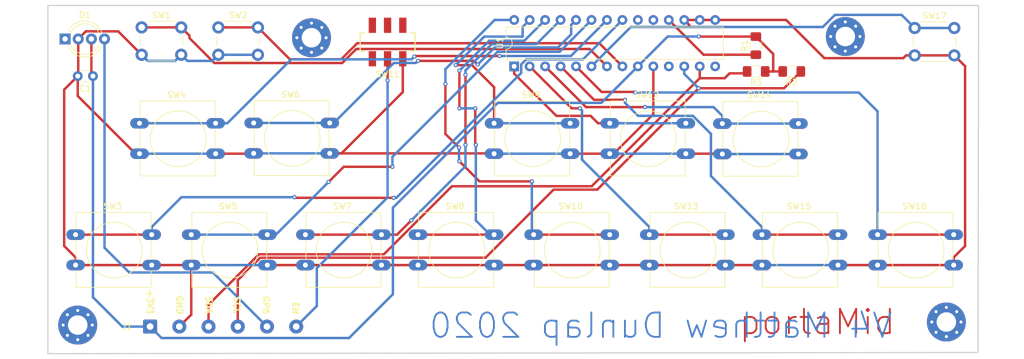
<source format=kicad_pcb>
(kicad_pcb (version 20171130) (host pcbnew "(5.1.6-0-10_14)")

  (general
    (thickness 1.6)
    (drawings 14)
    (tracks 320)
    (zones 0)
    (modules 28)
    (nets 30)
  )

  (page A4)
  (layers
    (0 F.Cu signal)
    (31 B.Cu signal)
    (32 B.Adhes user)
    (33 F.Adhes user)
    (36 B.SilkS user)
    (37 F.SilkS user)
    (38 B.Mask user)
    (39 F.Mask user)
    (40 Dwgs.User user)
    (41 Cmts.User user)
    (42 Eco1.User user)
    (43 Eco2.User user)
    (44 Edge.Cuts user)
    (45 Margin user)
    (46 B.CrtYd user)
    (47 F.CrtYd user)
    (48 B.Fab user)
    (49 F.Fab user)
  )

  (setup
    (last_trace_width 0.4)
    (trace_clearance 0.1524)
    (zone_clearance 0.508)
    (zone_45_only no)
    (trace_min 0.1524)
    (via_size 0.6858)
    (via_drill 0.3302)
    (via_min_size 0.508)
    (via_min_drill 0.254)
    (uvia_size 0.6858)
    (uvia_drill 0.3302)
    (uvias_allowed no)
    (uvia_min_size 0.2)
    (uvia_min_drill 0.1)
    (edge_width 0.1)
    (segment_width 0.2)
    (pcb_text_width 0.3)
    (pcb_text_size 1.5 1.5)
    (mod_edge_width 0.15)
    (mod_text_size 1 1)
    (mod_text_width 0.15)
    (pad_size 1.5 1.5)
    (pad_drill 0.6)
    (pad_to_mask_clearance 0.0508)
    (solder_mask_min_width 0.25)
    (aux_axis_origin 0 0)
    (visible_elements 7FFFFFFF)
    (pcbplotparams
      (layerselection 0x010fc_ffffffff)
      (usegerberextensions false)
      (usegerberattributes false)
      (usegerberadvancedattributes false)
      (creategerberjobfile false)
      (excludeedgelayer true)
      (linewidth 0.100000)
      (plotframeref false)
      (viasonmask false)
      (mode 1)
      (useauxorigin false)
      (hpglpennumber 1)
      (hpglpenspeed 20)
      (hpglpendiameter 15.000000)
      (psnegative false)
      (psa4output false)
      (plotreference true)
      (plotvalue true)
      (plotinvisibletext false)
      (padsonsilk false)
      (subtractmaskfromsilk false)
      (outputformat 1)
      (mirror false)
      (drillshape 1)
      (scaleselection 1)
      (outputdirectory ""))
  )

  (net 0 "")
  (net 1 "Net-(D1-Pad1)")
  (net 2 GND)
  (net 3 "Net-(D1-Pad4)")
  (net 4 "Net-(J1-Pad6)")
  (net 5 "Net-(J1-Pad4)")
  (net 6 "Net-(J1-Pad3)")
  (net 7 +3V3)
  (net 8 OCT-)
  (net 9 OCT+)
  (net 10 C1)
  (net 11 C#1)
  (net 12 D1)
  (net 13 D#1)
  (net 14 E1)
  (net 15 F1)
  (net 16 F#1)
  (net 17 G1)
  (net 18 "Net-(SW11-Pad3)")
  (net 19 G#1)
  (net 20 A1)
  (net 21 A#1)
  (net 22 B1)
  (net 23 C2)
  (net 24 OPT)
  (net 25 "Net-(U1-Pad11)")
  (net 26 "Net-(U1-Pad14)")
  (net 27 "Net-(U1-Pad19)")
  (net 28 "Net-(U1-Pad20)")
  (net 29 "Net-(R1-Pad1)")

  (net_class Default "This is the default net class."
    (clearance 0.1524)
    (trace_width 0.4)
    (via_dia 0.6858)
    (via_drill 0.3302)
    (uvia_dia 0.6858)
    (uvia_drill 0.3302)
    (add_net +3V3)
    (add_net A#1)
    (add_net A1)
    (add_net B1)
    (add_net C#1)
    (add_net C1)
    (add_net C2)
    (add_net D#1)
    (add_net D1)
    (add_net E1)
    (add_net F#1)
    (add_net F1)
    (add_net G#1)
    (add_net G1)
    (add_net GND)
    (add_net "Net-(D1-Pad1)")
    (add_net "Net-(D1-Pad4)")
    (add_net "Net-(J1-Pad3)")
    (add_net "Net-(J1-Pad4)")
    (add_net "Net-(J1-Pad6)")
    (add_net "Net-(R1-Pad1)")
    (add_net "Net-(SW11-Pad3)")
    (add_net "Net-(U1-Pad11)")
    (add_net "Net-(U1-Pad14)")
    (add_net "Net-(U1-Pad19)")
    (add_net "Net-(U1-Pad20)")
    (add_net OCT+)
    (add_net OCT-)
    (add_net OPT)
  )

  (module Connector_Wire:SolderWire-0.5sqmm_1x06_P4.8mm_D0.9mm_OD2.3mm (layer F.Cu) (tedit 5EB70B44) (tstamp 5CB1E6E8)
    (at 97.79 120.65)
    (descr "Soldered wire connection, for 6 times 0.5 mm² wires, reinforced insulation, conductor diameter 0.9mm, outer diameter 2.3mm, size source Multi-Contact FLEXI-xV 0.5 (https://ec.staubli.com/AcroFiles/Catalogues/TM_Cab-Main-11014119_(en)_hi.pdf), bend radius 3 times outer diameter, generated with kicad-footprint-generator")
    (tags "connector wire 0.5sqmm")
    (path /5CA6965D)
    (attr virtual)
    (fp_text reference J1 (at -3.81 0) (layer F.SilkS)
      (effects (font (size 1 1) (thickness 0.15)))
    )
    (fp_text value "To Feather" (at 12 2.35) (layer F.Fab)
      (effects (font (size 1 1) (thickness 0.15)))
    )
    (fp_text user %R (at 12 0 90) (layer F.Fab)
      (effects (font (size 0.82 0.82) (thickness 0.12)))
    )
    (fp_circle (center 0 0) (end 1.15 0) (layer F.Fab) (width 0.1))
    (fp_circle (center 4.8 0) (end 5.95 0) (layer F.Fab) (width 0.1))
    (fp_circle (center 9.6 0) (end 10.75 0) (layer F.Fab) (width 0.1))
    (fp_circle (center 14.4 0) (end 15.55 0) (layer F.Fab) (width 0.1))
    (fp_circle (center 19.2 0) (end 20.35 0) (layer F.Fab) (width 0.1))
    (fp_circle (center 24 0) (end 25.15 0) (layer F.Fab) (width 0.1))
    (fp_line (start -1.9 -1.65) (end -1.9 1.65) (layer F.CrtYd) (width 0.05))
    (fp_line (start -1.9 1.65) (end 1.9 1.65) (layer F.CrtYd) (width 0.05))
    (fp_line (start 1.9 1.65) (end 1.9 -1.65) (layer F.CrtYd) (width 0.05))
    (fp_line (start 1.9 -1.65) (end -1.9 -1.65) (layer F.CrtYd) (width 0.05))
    (fp_line (start 2.9 -1.65) (end 2.9 1.65) (layer F.CrtYd) (width 0.05))
    (fp_line (start 2.9 1.65) (end 6.7 1.65) (layer F.CrtYd) (width 0.05))
    (fp_line (start 6.7 1.65) (end 6.7 -1.65) (layer F.CrtYd) (width 0.05))
    (fp_line (start 6.7 -1.65) (end 2.9 -1.65) (layer F.CrtYd) (width 0.05))
    (fp_line (start 7.7 -1.65) (end 7.7 1.65) (layer F.CrtYd) (width 0.05))
    (fp_line (start 7.7 1.65) (end 11.5 1.65) (layer F.CrtYd) (width 0.05))
    (fp_line (start 11.5 1.65) (end 11.5 -1.65) (layer F.CrtYd) (width 0.05))
    (fp_line (start 11.5 -1.65) (end 7.7 -1.65) (layer F.CrtYd) (width 0.05))
    (fp_line (start 12.5 -1.65) (end 12.5 1.65) (layer F.CrtYd) (width 0.05))
    (fp_line (start 12.5 1.65) (end 16.3 1.65) (layer F.CrtYd) (width 0.05))
    (fp_line (start 16.3 1.65) (end 16.3 -1.65) (layer F.CrtYd) (width 0.05))
    (fp_line (start 16.3 -1.65) (end 12.5 -1.65) (layer F.CrtYd) (width 0.05))
    (fp_line (start 17.3 -1.65) (end 17.3 1.65) (layer F.CrtYd) (width 0.05))
    (fp_line (start 17.3 1.65) (end 21.1 1.65) (layer F.CrtYd) (width 0.05))
    (fp_line (start 21.1 1.65) (end 21.1 -1.65) (layer F.CrtYd) (width 0.05))
    (fp_line (start 21.1 -1.65) (end 17.3 -1.65) (layer F.CrtYd) (width 0.05))
    (fp_line (start 22.1 -1.65) (end 22.1 1.65) (layer F.CrtYd) (width 0.05))
    (fp_line (start 22.1 1.65) (end 25.9 1.65) (layer F.CrtYd) (width 0.05))
    (fp_line (start 25.9 1.65) (end 25.9 -1.65) (layer F.CrtYd) (width 0.05))
    (fp_line (start 25.9 -1.65) (end 22.1 -1.65) (layer F.CrtYd) (width 0.05))
    (pad 6 thru_hole circle (at 24 0) (size 2.3 2.3) (drill 1.1) (layers *.Cu *.Mask)
      (net 4 "Net-(J1-Pad6)"))
    (pad 5 thru_hole circle (at 19.2 0) (size 2.3 2.3) (drill 1.1) (layers *.Cu *.Mask)
      (net 3 "Net-(D1-Pad4)"))
    (pad 4 thru_hole circle (at 14.4 0) (size 2.3 2.3) (drill 1.1) (layers *.Cu *.Mask)
      (net 5 "Net-(J1-Pad4)"))
    (pad 3 thru_hole circle (at 9.6 0) (size 2.3 2.3) (drill 1.1) (layers *.Cu *.Mask)
      (net 6 "Net-(J1-Pad3)"))
    (pad 2 thru_hole circle (at 4.8 0) (size 2.3 2.3) (drill 1.1) (layers *.Cu *.Mask)
      (net 2 GND))
    (pad 1 thru_hole roundrect (at 0 0) (size 2.3 2.3) (drill 1.1) (layers *.Cu *.Mask) (roundrect_rratio 0.108696)
      (net 7 +3V3))
    (model ${KISYS3DMOD}/Connector_Wire.3dshapes/SolderWire-0.5sqmm_1x06_P4.8mm_D0.9mm_OD2.3mm.wrl
      (at (xyz 0 0 0))
      (scale (xyz 1 1 1))
      (rotate (xyz 0 0 0))
    )
  )

  (module Resistor_SMD:R_1206_3216Metric_Pad1.42x1.75mm_HandSolder (layer F.Cu) (tedit 5B301BBD) (tstamp 5EE85277)
    (at 197.358 78.74 180)
    (descr "Resistor SMD 1206 (3216 Metric), square (rectangular) end terminal, IPC_7351 nominal with elongated pad for handsoldering. (Body size source: http://www.tortai-tech.com/upload/download/2011102023233369053.pdf), generated with kicad-footprint-generator")
    (tags "resistor handsolder")
    (path /5CBC1931)
    (attr smd)
    (fp_text reference R3 (at 0 -1.778) (layer F.SilkS)
      (effects (font (size 1 1) (thickness 0.15)))
    )
    (fp_text value 4.7K (at 0 1.82) (layer F.Fab)
      (effects (font (size 1 1) (thickness 0.15)))
    )
    (fp_text user %R (at 0 0) (layer F.Fab)
      (effects (font (size 0.8 0.8) (thickness 0.12)))
    )
    (fp_line (start -1.6 0.8) (end -1.6 -0.8) (layer F.Fab) (width 0.1))
    (fp_line (start -1.6 -0.8) (end 1.6 -0.8) (layer F.Fab) (width 0.1))
    (fp_line (start 1.6 -0.8) (end 1.6 0.8) (layer F.Fab) (width 0.1))
    (fp_line (start 1.6 0.8) (end -1.6 0.8) (layer F.Fab) (width 0.1))
    (fp_line (start -0.602064 -0.91) (end 0.602064 -0.91) (layer F.SilkS) (width 0.12))
    (fp_line (start -0.602064 0.91) (end 0.602064 0.91) (layer F.SilkS) (width 0.12))
    (fp_line (start -2.45 1.12) (end -2.45 -1.12) (layer F.CrtYd) (width 0.05))
    (fp_line (start -2.45 -1.12) (end 2.45 -1.12) (layer F.CrtYd) (width 0.05))
    (fp_line (start 2.45 -1.12) (end 2.45 1.12) (layer F.CrtYd) (width 0.05))
    (fp_line (start 2.45 1.12) (end -2.45 1.12) (layer F.CrtYd) (width 0.05))
    (pad 2 smd roundrect (at 1.4875 0 180) (size 1.425 1.75) (layers F.Cu F.Paste F.Mask) (roundrect_rratio 0.175439)
      (net 6 "Net-(J1-Pad3)"))
    (pad 1 smd roundrect (at -1.4875 0 180) (size 1.425 1.75) (layers F.Cu F.Paste F.Mask) (roundrect_rratio 0.175439)
      (net 7 +3V3))
    (model ${KISYS3DMOD}/Resistor_SMD.3dshapes/R_1206_3216Metric.wrl
      (at (xyz 0 0 0))
      (scale (xyz 1 1 1))
      (rotate (xyz 0 0 0))
    )
  )

  (module Resistor_SMD:R_1206_3216Metric_Pad1.42x1.75mm_HandSolder (layer F.Cu) (tedit 5B301BBD) (tstamp 5EE85266)
    (at 203.2 78.74)
    (descr "Resistor SMD 1206 (3216 Metric), square (rectangular) end terminal, IPC_7351 nominal with elongated pad for handsoldering. (Body size source: http://www.tortai-tech.com/upload/download/2011102023233369053.pdf), generated with kicad-footprint-generator")
    (tags "resistor handsolder")
    (path /5CBC1ACE)
    (attr smd)
    (fp_text reference R2 (at 0 1.778) (layer F.SilkS)
      (effects (font (size 1 1) (thickness 0.15)))
    )
    (fp_text value 4.7K (at 0 1.82) (layer F.Fab)
      (effects (font (size 1 1) (thickness 0.15)))
    )
    (fp_text user %R (at 0 0) (layer F.Fab)
      (effects (font (size 0.8 0.8) (thickness 0.12)))
    )
    (fp_line (start -1.6 0.8) (end -1.6 -0.8) (layer F.Fab) (width 0.1))
    (fp_line (start -1.6 -0.8) (end 1.6 -0.8) (layer F.Fab) (width 0.1))
    (fp_line (start 1.6 -0.8) (end 1.6 0.8) (layer F.Fab) (width 0.1))
    (fp_line (start 1.6 0.8) (end -1.6 0.8) (layer F.Fab) (width 0.1))
    (fp_line (start -0.602064 -0.91) (end 0.602064 -0.91) (layer F.SilkS) (width 0.12))
    (fp_line (start -0.602064 0.91) (end 0.602064 0.91) (layer F.SilkS) (width 0.12))
    (fp_line (start -2.45 1.12) (end -2.45 -1.12) (layer F.CrtYd) (width 0.05))
    (fp_line (start -2.45 -1.12) (end 2.45 -1.12) (layer F.CrtYd) (width 0.05))
    (fp_line (start 2.45 -1.12) (end 2.45 1.12) (layer F.CrtYd) (width 0.05))
    (fp_line (start 2.45 1.12) (end -2.45 1.12) (layer F.CrtYd) (width 0.05))
    (pad 2 smd roundrect (at 1.4875 0) (size 1.425 1.75) (layers F.Cu F.Paste F.Mask) (roundrect_rratio 0.175439)
      (net 5 "Net-(J1-Pad4)"))
    (pad 1 smd roundrect (at -1.4875 0) (size 1.425 1.75) (layers F.Cu F.Paste F.Mask) (roundrect_rratio 0.175439)
      (net 7 +3V3))
    (model ${KISYS3DMOD}/Resistor_SMD.3dshapes/R_1206_3216Metric.wrl
      (at (xyz 0 0 0))
      (scale (xyz 1 1 1))
      (rotate (xyz 0 0 0))
    )
  )

  (module MountingHole:MountingHole_3.2mm_M3_Pad_Via (layer F.Cu) (tedit 5CA3F2EF) (tstamp 5CB1FDFA)
    (at 124.3 73.2)
    (descr "Mounting Hole 3.2mm, M3")
    (tags "mounting hole 3.2mm m3")
    (attr virtual)
    (fp_text reference REF** (at 0 -4.2) (layer F.SilkS) hide
      (effects (font (size 1 1) (thickness 0.15)))
    )
    (fp_text value MountingHole_3.2mm_M3_Pad_Via (at 0 4.2) (layer F.Fab)
      (effects (font (size 1 1) (thickness 0.15)))
    )
    (fp_circle (center 0 0) (end 3.45 0) (layer F.CrtYd) (width 0.05))
    (fp_circle (center 0 0) (end 3.2 0) (layer Cmts.User) (width 0.15))
    (fp_text user %R (at 0.3 0) (layer F.Fab)
      (effects (font (size 1 1) (thickness 0.15)))
    )
    (pad 1 thru_hole circle (at 0 0) (size 6.4 6.4) (drill 3.2) (layers *.Cu *.Mask))
    (pad 1 thru_hole circle (at 2.4 0) (size 0.8 0.8) (drill 0.5) (layers *.Cu *.Mask))
    (pad 1 thru_hole circle (at 1.697056 1.697056) (size 0.8 0.8) (drill 0.5) (layers *.Cu *.Mask))
    (pad 1 thru_hole circle (at 0 2.4) (size 0.8 0.8) (drill 0.5) (layers *.Cu *.Mask))
    (pad 1 thru_hole circle (at -1.697056 1.697056) (size 0.8 0.8) (drill 0.5) (layers *.Cu *.Mask))
    (pad 1 thru_hole circle (at -2.4 0) (size 0.8 0.8) (drill 0.5) (layers *.Cu *.Mask))
    (pad 1 thru_hole circle (at -1.697056 -1.697056) (size 0.8 0.8) (drill 0.5) (layers *.Cu *.Mask))
    (pad 1 thru_hole circle (at 0 -2.4) (size 0.8 0.8) (drill 0.5) (layers *.Cu *.Mask))
    (pad 1 thru_hole circle (at 1.697056 -1.697056) (size 0.8 0.8) (drill 0.5) (layers *.Cu *.Mask))
  )

  (module MountingHole:MountingHole_3.2mm_M3_Pad_Via (layer F.Cu) (tedit 5CA3F2E9) (tstamp 5CB1FDDC)
    (at 85.897056 120.402944)
    (descr "Mounting Hole 3.2mm, M3")
    (tags "mounting hole 3.2mm m3")
    (attr virtual)
    (fp_text reference REF** (at 0 -4.2) (layer F.SilkS) hide
      (effects (font (size 1 1) (thickness 0.15)))
    )
    (fp_text value MountingHole_3.2mm_M3_Pad_Via (at 0 4.2) (layer F.Fab)
      (effects (font (size 1 1) (thickness 0.15)))
    )
    (fp_circle (center 0 0) (end 3.2 0) (layer Cmts.User) (width 0.15))
    (fp_circle (center 0 0) (end 3.45 0) (layer F.CrtYd) (width 0.05))
    (fp_text user %R (at 0.3 0) (layer F.Fab)
      (effects (font (size 1 1) (thickness 0.15)))
    )
    (pad 1 thru_hole circle (at 1.697056 -1.697056) (size 0.8 0.8) (drill 0.5) (layers *.Cu *.Mask))
    (pad 1 thru_hole circle (at 0 -2.4) (size 0.8 0.8) (drill 0.5) (layers *.Cu *.Mask))
    (pad 1 thru_hole circle (at -1.697056 -1.697056) (size 0.8 0.8) (drill 0.5) (layers *.Cu *.Mask))
    (pad 1 thru_hole circle (at -2.4 0) (size 0.8 0.8) (drill 0.5) (layers *.Cu *.Mask))
    (pad 1 thru_hole circle (at -1.697056 1.697056) (size 0.8 0.8) (drill 0.5) (layers *.Cu *.Mask))
    (pad 1 thru_hole circle (at 0 2.4) (size 0.8 0.8) (drill 0.5) (layers *.Cu *.Mask))
    (pad 1 thru_hole circle (at 1.697056 1.697056) (size 0.8 0.8) (drill 0.5) (layers *.Cu *.Mask))
    (pad 1 thru_hole circle (at 2.4 0) (size 0.8 0.8) (drill 0.5) (layers *.Cu *.Mask))
    (pad 1 thru_hole circle (at 0 0) (size 6.4 6.4) (drill 3.2) (layers *.Cu *.Mask))
  )

  (module MountingHole:MountingHole_3.2mm_M3_Pad_Via (layer F.Cu) (tedit 5CA3F2FA) (tstamp 5CB1FD1A)
    (at 212 73)
    (descr "Mounting Hole 3.2mm, M3")
    (tags "mounting hole 3.2mm m3")
    (attr virtual)
    (fp_text reference REF** (at 0 -4.2) (layer F.SilkS) hide
      (effects (font (size 1 1) (thickness 0.15)))
    )
    (fp_text value MountingHole_3.2mm_M3_Pad_Via (at 0 4.2) (layer F.Fab)
      (effects (font (size 1 1) (thickness 0.15)))
    )
    (fp_circle (center 0 0) (end 3.45 0) (layer F.CrtYd) (width 0.05))
    (fp_circle (center 0 0) (end 3.2 0) (layer Cmts.User) (width 0.15))
    (fp_text user %R (at 0.3 0) (layer F.Fab)
      (effects (font (size 1 1) (thickness 0.15)))
    )
    (pad 1 thru_hole circle (at 0 0) (size 6.4 6.4) (drill 3.2) (layers *.Cu *.Mask))
    (pad 1 thru_hole circle (at 2.4 0) (size 0.8 0.8) (drill 0.5) (layers *.Cu *.Mask))
    (pad 1 thru_hole circle (at 1.697056 1.697056) (size 0.8 0.8) (drill 0.5) (layers *.Cu *.Mask))
    (pad 1 thru_hole circle (at 0 2.4) (size 0.8 0.8) (drill 0.5) (layers *.Cu *.Mask))
    (pad 1 thru_hole circle (at -1.697056 1.697056) (size 0.8 0.8) (drill 0.5) (layers *.Cu *.Mask))
    (pad 1 thru_hole circle (at -2.4 0) (size 0.8 0.8) (drill 0.5) (layers *.Cu *.Mask))
    (pad 1 thru_hole circle (at -1.697056 -1.697056) (size 0.8 0.8) (drill 0.5) (layers *.Cu *.Mask))
    (pad 1 thru_hole circle (at 0 -2.4) (size 0.8 0.8) (drill 0.5) (layers *.Cu *.Mask))
    (pad 1 thru_hole circle (at 1.697056 -1.697056) (size 0.8 0.8) (drill 0.5) (layers *.Cu *.Mask))
  )

  (module Button_Switch_THT:SW_PUSH_6mm (layer F.Cu) (tedit 5A02FE31) (tstamp 5CB1E799)
    (at 223.4 71.6)
    (descr https://www.omron.com/ecb/products/pdf/en-b3f.pdf)
    (tags "tact sw push 6mm")
    (path /5C9174AD)
    (fp_text reference SW17 (at 3.25 -2) (layer F.SilkS)
      (effects (font (size 1 1) (thickness 0.15)))
    )
    (fp_text value OPT (at 3.75 6.7) (layer F.Fab)
      (effects (font (size 1 1) (thickness 0.15)))
    )
    (fp_circle (center 3.25 2.25) (end 1.25 2.5) (layer F.Fab) (width 0.1))
    (fp_line (start 6.75 3) (end 6.75 1.5) (layer F.SilkS) (width 0.12))
    (fp_line (start 5.5 -1) (end 1 -1) (layer F.SilkS) (width 0.12))
    (fp_line (start -0.25 1.5) (end -0.25 3) (layer F.SilkS) (width 0.12))
    (fp_line (start 1 5.5) (end 5.5 5.5) (layer F.SilkS) (width 0.12))
    (fp_line (start 8 -1.25) (end 8 5.75) (layer F.CrtYd) (width 0.05))
    (fp_line (start 7.75 6) (end -1.25 6) (layer F.CrtYd) (width 0.05))
    (fp_line (start -1.5 5.75) (end -1.5 -1.25) (layer F.CrtYd) (width 0.05))
    (fp_line (start -1.25 -1.5) (end 7.75 -1.5) (layer F.CrtYd) (width 0.05))
    (fp_line (start -1.5 6) (end -1.25 6) (layer F.CrtYd) (width 0.05))
    (fp_line (start -1.5 5.75) (end -1.5 6) (layer F.CrtYd) (width 0.05))
    (fp_line (start -1.5 -1.5) (end -1.25 -1.5) (layer F.CrtYd) (width 0.05))
    (fp_line (start -1.5 -1.25) (end -1.5 -1.5) (layer F.CrtYd) (width 0.05))
    (fp_line (start 8 -1.5) (end 8 -1.25) (layer F.CrtYd) (width 0.05))
    (fp_line (start 7.75 -1.5) (end 8 -1.5) (layer F.CrtYd) (width 0.05))
    (fp_line (start 8 6) (end 8 5.75) (layer F.CrtYd) (width 0.05))
    (fp_line (start 7.75 6) (end 8 6) (layer F.CrtYd) (width 0.05))
    (fp_line (start 0.25 -0.75) (end 3.25 -0.75) (layer F.Fab) (width 0.1))
    (fp_line (start 0.25 5.25) (end 0.25 -0.75) (layer F.Fab) (width 0.1))
    (fp_line (start 6.25 5.25) (end 0.25 5.25) (layer F.Fab) (width 0.1))
    (fp_line (start 6.25 -0.75) (end 6.25 5.25) (layer F.Fab) (width 0.1))
    (fp_line (start 3.25 -0.75) (end 6.25 -0.75) (layer F.Fab) (width 0.1))
    (fp_text user %R (at 3.25 2.25) (layer F.Fab)
      (effects (font (size 1 1) (thickness 0.15)))
    )
    (pad 2 thru_hole circle (at 0 4.5 90) (size 2 2) (drill 1.1) (layers *.Cu *.Mask)
      (net 2 GND))
    (pad 1 thru_hole circle (at 0 0 90) (size 2 2) (drill 1.1) (layers *.Cu *.Mask)
      (net 24 OPT))
    (pad 2 thru_hole circle (at 6.5 4.5 90) (size 2 2) (drill 1.1) (layers *.Cu *.Mask)
      (net 2 GND))
    (pad 1 thru_hole circle (at 6.5 0 90) (size 2 2) (drill 1.1) (layers *.Cu *.Mask)
      (net 24 OPT))
    (model ${KISYS3DMOD}/Button_Switch_THT.3dshapes/SW_PUSH_6mm.wrl
      (at (xyz 0 0 0))
      (scale (xyz 1 1 1))
      (rotate (xyz 0 0 0))
    )
  )

  (module Package_DIP:DIP-28_W7.62mm (layer F.Cu) (tedit 5A02E8C5) (tstamp 5CB1E68F)
    (at 157.6 77.9 90)
    (descr "28-lead though-hole mounted DIP package, row spacing 7.62 mm (300 mils)")
    (tags "THT DIP DIL PDIP 2.54mm 7.62mm 300mil")
    (path /5C5E1224)
    (fp_text reference U1 (at 3.81 -2.33 90) (layer F.SilkS)
      (effects (font (size 1 1) (thickness 0.15)))
    )
    (fp_text value MCP23017_SS (at 3.81 35.35 90) (layer F.Fab)
      (effects (font (size 1 1) (thickness 0.15)))
    )
    (fp_line (start 8.7 -1.55) (end -1.1 -1.55) (layer F.CrtYd) (width 0.05))
    (fp_line (start 8.7 34.55) (end 8.7 -1.55) (layer F.CrtYd) (width 0.05))
    (fp_line (start -1.1 34.55) (end 8.7 34.55) (layer F.CrtYd) (width 0.05))
    (fp_line (start -1.1 -1.55) (end -1.1 34.55) (layer F.CrtYd) (width 0.05))
    (fp_line (start 6.46 -1.33) (end 4.81 -1.33) (layer F.SilkS) (width 0.12))
    (fp_line (start 6.46 34.35) (end 6.46 -1.33) (layer F.SilkS) (width 0.12))
    (fp_line (start 1.16 34.35) (end 6.46 34.35) (layer F.SilkS) (width 0.12))
    (fp_line (start 1.16 -1.33) (end 1.16 34.35) (layer F.SilkS) (width 0.12))
    (fp_line (start 2.81 -1.33) (end 1.16 -1.33) (layer F.SilkS) (width 0.12))
    (fp_line (start 0.635 -0.27) (end 1.635 -1.27) (layer F.Fab) (width 0.1))
    (fp_line (start 0.635 34.29) (end 0.635 -0.27) (layer F.Fab) (width 0.1))
    (fp_line (start 6.985 34.29) (end 0.635 34.29) (layer F.Fab) (width 0.1))
    (fp_line (start 6.985 -1.27) (end 6.985 34.29) (layer F.Fab) (width 0.1))
    (fp_line (start 1.635 -1.27) (end 6.985 -1.27) (layer F.Fab) (width 0.1))
    (fp_arc (start 3.81 -1.33) (end 2.81 -1.33) (angle -180) (layer F.SilkS) (width 0.12))
    (fp_text user %R (at 3.81 16.51 90) (layer F.Fab)
      (effects (font (size 1 1) (thickness 0.15)))
    )
    (pad 1 thru_hole rect (at 0 0 90) (size 1.6 1.6) (drill 0.8) (layers *.Cu *.Mask)
      (net 19 G#1))
    (pad 15 thru_hole oval (at 7.62 33.02 90) (size 1.6 1.6) (drill 0.8) (layers *.Cu *.Mask)
      (net 2 GND))
    (pad 2 thru_hole oval (at 0 2.54 90) (size 1.6 1.6) (drill 0.8) (layers *.Cu *.Mask)
      (net 20 A1))
    (pad 16 thru_hole oval (at 7.62 30.48 90) (size 1.6 1.6) (drill 0.8) (layers *.Cu *.Mask)
      (net 2 GND))
    (pad 3 thru_hole oval (at 0 5.08 90) (size 1.6 1.6) (drill 0.8) (layers *.Cu *.Mask)
      (net 21 A#1))
    (pad 17 thru_hole oval (at 7.62 27.94 90) (size 1.6 1.6) (drill 0.8) (layers *.Cu *.Mask)
      (net 2 GND))
    (pad 4 thru_hole oval (at 0 7.62 90) (size 1.6 1.6) (drill 0.8) (layers *.Cu *.Mask)
      (net 22 B1))
    (pad 18 thru_hole oval (at 7.62 25.4 90) (size 1.6 1.6) (drill 0.8) (layers *.Cu *.Mask)
      (net 29 "Net-(R1-Pad1)"))
    (pad 5 thru_hole oval (at 0 10.16 90) (size 1.6 1.6) (drill 0.8) (layers *.Cu *.Mask)
      (net 23 C2))
    (pad 19 thru_hole oval (at 7.62 22.86 90) (size 1.6 1.6) (drill 0.8) (layers *.Cu *.Mask)
      (net 27 "Net-(U1-Pad19)"))
    (pad 6 thru_hole oval (at 0 12.7 90) (size 1.6 1.6) (drill 0.8) (layers *.Cu *.Mask)
      (net 24 OPT))
    (pad 20 thru_hole oval (at 7.62 20.32 90) (size 1.6 1.6) (drill 0.8) (layers *.Cu *.Mask)
      (net 28 "Net-(U1-Pad20)"))
    (pad 7 thru_hole oval (at 0 15.24 90) (size 1.6 1.6) (drill 0.8) (layers *.Cu *.Mask)
      (net 8 OCT-))
    (pad 21 thru_hole oval (at 7.62 17.78 90) (size 1.6 1.6) (drill 0.8) (layers *.Cu *.Mask)
      (net 10 C1))
    (pad 8 thru_hole oval (at 0 17.78 90) (size 1.6 1.6) (drill 0.8) (layers *.Cu *.Mask)
      (net 9 OCT+))
    (pad 22 thru_hole oval (at 7.62 15.24 90) (size 1.6 1.6) (drill 0.8) (layers *.Cu *.Mask)
      (net 11 C#1))
    (pad 9 thru_hole oval (at 0 20.32 90) (size 1.6 1.6) (drill 0.8) (layers *.Cu *.Mask)
      (net 7 +3V3))
    (pad 23 thru_hole oval (at 7.62 12.7 90) (size 1.6 1.6) (drill 0.8) (layers *.Cu *.Mask)
      (net 12 D1))
    (pad 10 thru_hole oval (at 0 22.86 90) (size 1.6 1.6) (drill 0.8) (layers *.Cu *.Mask)
      (net 2 GND))
    (pad 24 thru_hole oval (at 7.62 10.16 90) (size 1.6 1.6) (drill 0.8) (layers *.Cu *.Mask)
      (net 13 D#1))
    (pad 11 thru_hole oval (at 0 25.4 90) (size 1.6 1.6) (drill 0.8) (layers *.Cu *.Mask)
      (net 25 "Net-(U1-Pad11)"))
    (pad 25 thru_hole oval (at 7.62 7.62 90) (size 1.6 1.6) (drill 0.8) (layers *.Cu *.Mask)
      (net 14 E1))
    (pad 12 thru_hole oval (at 0 27.94 90) (size 1.6 1.6) (drill 0.8) (layers *.Cu *.Mask)
      (net 5 "Net-(J1-Pad4)"))
    (pad 26 thru_hole oval (at 7.62 5.08 90) (size 1.6 1.6) (drill 0.8) (layers *.Cu *.Mask)
      (net 15 F1))
    (pad 13 thru_hole oval (at 0 30.48 90) (size 1.6 1.6) (drill 0.8) (layers *.Cu *.Mask)
      (net 6 "Net-(J1-Pad3)"))
    (pad 27 thru_hole oval (at 7.62 2.54 90) (size 1.6 1.6) (drill 0.8) (layers *.Cu *.Mask)
      (net 16 F#1))
    (pad 14 thru_hole oval (at 0 33.02 90) (size 1.6 1.6) (drill 0.8) (layers *.Cu *.Mask)
      (net 26 "Net-(U1-Pad14)"))
    (pad 28 thru_hole oval (at 7.62 0 90) (size 1.6 1.6) (drill 0.8) (layers *.Cu *.Mask)
      (net 17 G1))
    (model ${KISYS3DMOD}/Package_DIP.3dshapes/DIP-28_W7.62mm.wrl
      (at (xyz 0 0 0))
      (scale (xyz 1 1 1))
      (rotate (xyz 0 0 0))
    )
  )

  (module Capacitor_THT:C_Disc_D3.0mm_W1.6mm_P2.50mm (layer F.Cu) (tedit 5AE50EF0) (tstamp 5CB1D51B)
    (at 88.4 79.5 180)
    (descr "C, Disc series, Radial, pin pitch=2.50mm, , diameter*width=3.0*1.6mm^2, Capacitor, http://www.vishay.com/docs/45233/krseries.pdf")
    (tags "C Disc series Radial pin pitch 2.50mm  diameter 3.0mm width 1.6mm Capacitor")
    (path /5CA44E57)
    (fp_text reference C1 (at 1.25 -2.05 180) (layer F.SilkS)
      (effects (font (size 1 1) (thickness 0.15)))
    )
    (fp_text value 0.1uF (at 1.25 2.05 180) (layer F.Fab)
      (effects (font (size 1 1) (thickness 0.15)))
    )
    (fp_line (start 3.55 -1.05) (end -1.05 -1.05) (layer F.CrtYd) (width 0.05))
    (fp_line (start 3.55 1.05) (end 3.55 -1.05) (layer F.CrtYd) (width 0.05))
    (fp_line (start -1.05 1.05) (end 3.55 1.05) (layer F.CrtYd) (width 0.05))
    (fp_line (start -1.05 -1.05) (end -1.05 1.05) (layer F.CrtYd) (width 0.05))
    (fp_line (start 0.621 0.92) (end 1.879 0.92) (layer F.SilkS) (width 0.12))
    (fp_line (start 0.621 -0.92) (end 1.879 -0.92) (layer F.SilkS) (width 0.12))
    (fp_line (start 2.75 -0.8) (end -0.25 -0.8) (layer F.Fab) (width 0.1))
    (fp_line (start 2.75 0.8) (end 2.75 -0.8) (layer F.Fab) (width 0.1))
    (fp_line (start -0.25 0.8) (end 2.75 0.8) (layer F.Fab) (width 0.1))
    (fp_line (start -0.25 -0.8) (end -0.25 0.8) (layer F.Fab) (width 0.1))
    (fp_text user %R (at 1.25 0 180) (layer F.Fab)
      (effects (font (size 0.6 0.6) (thickness 0.09)))
    )
    (pad 1 thru_hole circle (at 0 0 180) (size 1.6 1.6) (drill 0.8) (layers *.Cu *.Mask)
      (net 7 +3V3))
    (pad 2 thru_hole circle (at 2.5 0 180) (size 1.6 1.6) (drill 0.8) (layers *.Cu *.Mask)
      (net 2 GND))
    (model ${KISYS3DMOD}/Capacitor_THT.3dshapes/C_Disc_D3.0mm_W1.6mm_P2.50mm.wrl
      (at (xyz 0 0 0))
      (scale (xyz 1 1 1))
      (rotate (xyz 0 0 0))
    )
  )

  (module Button_Switch_THT:SW_PUSH-12mm (layer F.Cu) (tedit 5A02FE31) (tstamp 5C82D3C2)
    (at 96.05 87.25)
    (descr "SW PUSH 12mm https://www.e-switch.com/system/asset/product_line/data_sheet/143/TL1100.pdf")
    (tags "tact sw push 12mm")
    (path /5C5E2470)
    (fp_text reference SW4 (at 6.08 -4.66) (layer F.SilkS)
      (effects (font (size 1 1) (thickness 0.15)))
    )
    (fp_text value C#1 (at 6.62 9.93) (layer F.Fab)
      (effects (font (size 1 1) (thickness 0.15)))
    )
    (fp_line (start 0.25 8.5) (end 12.25 8.5) (layer F.Fab) (width 0.1))
    (fp_line (start 0.25 -3.5) (end 12.25 -3.5) (layer F.Fab) (width 0.1))
    (fp_line (start 12.25 -3.5) (end 12.25 8.5) (layer F.Fab) (width 0.1))
    (fp_line (start 0.1 -3.65) (end 12.4 -3.65) (layer F.SilkS) (width 0.12))
    (fp_line (start 12.4 0.93) (end 12.4 4.07) (layer F.SilkS) (width 0.12))
    (fp_line (start 12.4 8.65) (end 0.1 8.65) (layer F.SilkS) (width 0.12))
    (fp_line (start 0.1 -0.93) (end 0.1 -3.65) (layer F.SilkS) (width 0.12))
    (fp_line (start -1.77 -3.75) (end 14.25 -3.75) (layer F.CrtYd) (width 0.05))
    (fp_line (start -1.77 -3.75) (end -1.77 8.75) (layer F.CrtYd) (width 0.05))
    (fp_line (start 14.25 8.75) (end 14.25 -3.75) (layer F.CrtYd) (width 0.05))
    (fp_line (start 14.25 8.75) (end -1.77 8.75) (layer F.CrtYd) (width 0.05))
    (fp_circle (center 6.35 2.54) (end 10.16 5.08) (layer F.SilkS) (width 0.12))
    (fp_line (start 0.25 -3.5) (end 0.25 8.5) (layer F.Fab) (width 0.1))
    (fp_line (start 0.1 8.65) (end 0.1 5.93) (layer F.SilkS) (width 0.12))
    (fp_line (start 0.1 4.07) (end 0.1 0.93) (layer F.SilkS) (width 0.12))
    (fp_line (start 12.4 5.93) (end 12.4 8.65) (layer F.SilkS) (width 0.12))
    (fp_line (start 12.4 -3.65) (end 12.4 -0.93) (layer F.SilkS) (width 0.12))
    (fp_text user %R (at 6.35 2.54) (layer F.Fab)
      (effects (font (size 1 1) (thickness 0.15)))
    )
    (pad 2 thru_hole oval (at 0 5) (size 3.048 1.7272) (drill 0.8128) (layers *.Cu *.Mask)
      (net 2 GND))
    (pad 1 thru_hole oval (at 0 0) (size 3.048 1.7272) (drill 0.8128) (layers *.Cu *.Mask)
      (net 11 C#1))
    (pad 2 thru_hole oval (at 12.5 5) (size 3.048 1.7272) (drill 0.8128) (layers *.Cu *.Mask)
      (net 2 GND))
    (pad 1 thru_hole oval (at 12.5 0) (size 3.048 1.7272) (drill 0.8128) (layers *.Cu *.Mask)
      (net 11 C#1))
    (model ${KISYS3DMOD}/Button_Switch_THT.3dshapes/SW_PUSH-12mm.wrl
      (at (xyz 0 0 0))
      (scale (xyz 1 1 1))
      (rotate (xyz 0 0 0))
    )
  )

  (module LED_THT:LED_D5.0mm-4_RGB_Wide_Pins (layer F.Cu) (tedit 5B74F76E) (tstamp 5C82D2A4)
    (at 83.823 73.4)
    (descr "LED, diameter 5.0mm, 2 pins, diameter 5.0mm, 3 pins, diameter 5.0mm, 4 pins, http://www.kingbright.com/attachments/file/psearch/000/00/00/L-154A4SUREQBFZGEW(Ver.9A).pdf")
    (tags "LED diameter 5.0mm 2 pins diameter 5.0mm 3 pins diameter 5.0mm 4 pins RGB RGBLED")
    (path /5CA44BCC)
    (fp_text reference D1 (at 3.2385 -3.96) (layer F.SilkS)
      (effects (font (size 1 1) (thickness 0.15)))
    )
    (fp_text value NeoPixel_THT (at 3.2385 3.96) (layer F.Fab)
      (effects (font (size 1 1) (thickness 0.15)))
    )
    (fp_circle (center 3.2385 0) (end 5.7385 0) (layer F.Fab) (width 0.1))
    (fp_line (start 0.7385 -1.469694) (end 0.7385 1.469694) (layer F.Fab) (width 0.1))
    (fp_line (start 0.6785 -1.545) (end 0.6785 -1.08) (layer F.SilkS) (width 0.12))
    (fp_line (start 0.6785 1.08) (end 0.6785 1.545) (layer F.SilkS) (width 0.12))
    (fp_line (start -1.08 -3.25) (end -1.08 3.25) (layer F.CrtYd) (width 0.05))
    (fp_line (start -1.08 3.25) (end 7.56 3.25) (layer F.CrtYd) (width 0.05))
    (fp_line (start 7.56 3.25) (end 7.56 -3.25) (layer F.CrtYd) (width 0.05))
    (fp_line (start 7.56 -3.25) (end -1.08 -3.25) (layer F.CrtYd) (width 0.05))
    (fp_text user %R (at 3.2385 -3.96) (layer F.Fab)
      (effects (font (size 1 1) (thickness 0.15)))
    )
    (fp_arc (start 3.2385 0) (end 0.983816 1.08) (angle -128.8) (layer F.SilkS) (width 0.12))
    (fp_arc (start 3.2385 0) (end 0.983816 -1.08) (angle 128.8) (layer F.SilkS) (width 0.12))
    (fp_arc (start 3.2385 0) (end 0.6785 1.54483) (angle -127.7) (layer F.SilkS) (width 0.12))
    (fp_arc (start 3.2385 0) (end 0.6785 -1.54483) (angle 127.7) (layer F.SilkS) (width 0.12))
    (fp_arc (start 3.2385 0) (end 0.7385 -1.469694) (angle 299.1) (layer F.Fab) (width 0.1))
    (pad 4 thru_hole circle (at 6.477 0) (size 1.8 1.8) (drill 0.9) (layers *.Cu *.Mask)
      (net 3 "Net-(D1-Pad4)"))
    (pad 3 thru_hole circle (at 4.318 0) (size 1.8 1.8) (drill 0.9) (layers *.Cu *.Mask)
      (net 7 +3V3))
    (pad 2 thru_hole circle (at 2.159 0) (size 1.8 1.8) (drill 0.9) (layers *.Cu *.Mask)
      (net 2 GND))
    (pad 1 thru_hole rect (at 0 0) (size 1.8 1.8) (drill 0.9) (layers *.Cu *.Mask)
      (net 1 "Net-(D1-Pad1)"))
    (model ${KISYS3DMOD}/LED_THT.3dshapes/LED_D5.0mm-4_RGB_Wide_Pins.wrl
      (at (xyz 0 0 0))
      (scale (xyz 1 1 1))
      (rotate (xyz 0 0 0))
    )
  )

  (module Resistor_SMD:R_1206_3216Metric_Pad1.42x1.75mm_HandSolder (layer F.Cu) (tedit 5B301BBD) (tstamp 5C82D31D)
    (at 197.3 74.5 90)
    (descr "Resistor SMD 1206 (3216 Metric), square (rectangular) end terminal, IPC_7351 nominal with elongated pad for handsoldering. (Body size source: http://www.tortai-tech.com/upload/download/2011102023233369053.pdf), generated with kicad-footprint-generator")
    (tags "resistor handsolder")
    (path /5C8282DE)
    (attr smd)
    (fp_text reference R1 (at 0 -1.82 90) (layer F.SilkS)
      (effects (font (size 1 1) (thickness 0.15)))
    )
    (fp_text value 1K (at 0 1.82 90) (layer F.Fab)
      (effects (font (size 1 1) (thickness 0.15)))
    )
    (fp_line (start 2.45 1.12) (end -2.45 1.12) (layer F.CrtYd) (width 0.05))
    (fp_line (start 2.45 -1.12) (end 2.45 1.12) (layer F.CrtYd) (width 0.05))
    (fp_line (start -2.45 -1.12) (end 2.45 -1.12) (layer F.CrtYd) (width 0.05))
    (fp_line (start -2.45 1.12) (end -2.45 -1.12) (layer F.CrtYd) (width 0.05))
    (fp_line (start -0.602064 0.91) (end 0.602064 0.91) (layer F.SilkS) (width 0.12))
    (fp_line (start -0.602064 -0.91) (end 0.602064 -0.91) (layer F.SilkS) (width 0.12))
    (fp_line (start 1.6 0.8) (end -1.6 0.8) (layer F.Fab) (width 0.1))
    (fp_line (start 1.6 -0.8) (end 1.6 0.8) (layer F.Fab) (width 0.1))
    (fp_line (start -1.6 -0.8) (end 1.6 -0.8) (layer F.Fab) (width 0.1))
    (fp_line (start -1.6 0.8) (end -1.6 -0.8) (layer F.Fab) (width 0.1))
    (fp_text user %R (at 0 0 90) (layer F.Fab)
      (effects (font (size 0.8 0.8) (thickness 0.12)))
    )
    (pad 1 smd roundrect (at -1.4875 0 90) (size 1.425 1.75) (layers F.Cu F.Paste F.Mask) (roundrect_rratio 0.175439)
      (net 29 "Net-(R1-Pad1)"))
    (pad 2 smd roundrect (at 1.4875 0 90) (size 1.425 1.75) (layers F.Cu F.Paste F.Mask) (roundrect_rratio 0.175439)
      (net 7 +3V3))
    (model ${KISYS3DMOD}/Resistor_SMD.3dshapes/R_1206_3216Metric.wrl
      (at (xyz 0 0 0))
      (scale (xyz 1 1 1))
      (rotate (xyz 0 0 0))
    )
  )

  (module Button_Switch_THT:SW_PUSH_6mm (layer F.Cu) (tedit 5A02FE31) (tstamp 5C82D36F)
    (at 96.4 71.5)
    (descr https://www.omron.com/ecb/products/pdf/en-b3f.pdf)
    (tags "tact sw push 6mm")
    (path /5C60289C)
    (fp_text reference SW1 (at 3.25 -2) (layer F.SilkS)
      (effects (font (size 1 1) (thickness 0.15)))
    )
    (fp_text value OCT- (at 3.75 6.7) (layer F.Fab)
      (effects (font (size 1 1) (thickness 0.15)))
    )
    (fp_circle (center 3.25 2.25) (end 1.25 2.5) (layer F.Fab) (width 0.1))
    (fp_line (start 6.75 3) (end 6.75 1.5) (layer F.SilkS) (width 0.12))
    (fp_line (start 5.5 -1) (end 1 -1) (layer F.SilkS) (width 0.12))
    (fp_line (start -0.25 1.5) (end -0.25 3) (layer F.SilkS) (width 0.12))
    (fp_line (start 1 5.5) (end 5.5 5.5) (layer F.SilkS) (width 0.12))
    (fp_line (start 8 -1.25) (end 8 5.75) (layer F.CrtYd) (width 0.05))
    (fp_line (start 7.75 6) (end -1.25 6) (layer F.CrtYd) (width 0.05))
    (fp_line (start -1.5 5.75) (end -1.5 -1.25) (layer F.CrtYd) (width 0.05))
    (fp_line (start -1.25 -1.5) (end 7.75 -1.5) (layer F.CrtYd) (width 0.05))
    (fp_line (start -1.5 6) (end -1.25 6) (layer F.CrtYd) (width 0.05))
    (fp_line (start -1.5 5.75) (end -1.5 6) (layer F.CrtYd) (width 0.05))
    (fp_line (start -1.5 -1.5) (end -1.25 -1.5) (layer F.CrtYd) (width 0.05))
    (fp_line (start -1.5 -1.25) (end -1.5 -1.5) (layer F.CrtYd) (width 0.05))
    (fp_line (start 8 -1.5) (end 8 -1.25) (layer F.CrtYd) (width 0.05))
    (fp_line (start 7.75 -1.5) (end 8 -1.5) (layer F.CrtYd) (width 0.05))
    (fp_line (start 8 6) (end 8 5.75) (layer F.CrtYd) (width 0.05))
    (fp_line (start 7.75 6) (end 8 6) (layer F.CrtYd) (width 0.05))
    (fp_line (start 0.25 -0.75) (end 3.25 -0.75) (layer F.Fab) (width 0.1))
    (fp_line (start 0.25 5.25) (end 0.25 -0.75) (layer F.Fab) (width 0.1))
    (fp_line (start 6.25 5.25) (end 0.25 5.25) (layer F.Fab) (width 0.1))
    (fp_line (start 6.25 -0.75) (end 6.25 5.25) (layer F.Fab) (width 0.1))
    (fp_line (start 3.25 -0.75) (end 6.25 -0.75) (layer F.Fab) (width 0.1))
    (fp_text user %R (at 3.25 2.25) (layer F.Fab)
      (effects (font (size 1 1) (thickness 0.15)))
    )
    (pad 2 thru_hole circle (at 0 4.5 90) (size 2 2) (drill 1.1) (layers *.Cu *.Mask)
      (net 2 GND))
    (pad 1 thru_hole circle (at 0 0 90) (size 2 2) (drill 1.1) (layers *.Cu *.Mask)
      (net 8 OCT-))
    (pad 2 thru_hole circle (at 6.5 4.5 90) (size 2 2) (drill 1.1) (layers *.Cu *.Mask)
      (net 2 GND))
    (pad 1 thru_hole circle (at 6.5 0 90) (size 2 2) (drill 1.1) (layers *.Cu *.Mask)
      (net 8 OCT-))
    (model ${KISYS3DMOD}/Button_Switch_THT.3dshapes/SW_PUSH_6mm.wrl
      (at (xyz 0 0 0))
      (scale (xyz 1 1 1))
      (rotate (xyz 0 0 0))
    )
  )

  (module Button_Switch_THT:SW_PUSH_6mm (layer F.Cu) (tedit 5A02FE31) (tstamp 5C82D38E)
    (at 109 71.5)
    (descr https://www.omron.com/ecb/products/pdf/en-b3f.pdf)
    (tags "tact sw push 6mm")
    (path /5C6027DF)
    (fp_text reference SW2 (at 3.25 -2) (layer F.SilkS)
      (effects (font (size 1 1) (thickness 0.15)))
    )
    (fp_text value OCT+ (at 3.75 6.7) (layer F.Fab)
      (effects (font (size 1 1) (thickness 0.15)))
    )
    (fp_line (start 3.25 -0.75) (end 6.25 -0.75) (layer F.Fab) (width 0.1))
    (fp_line (start 6.25 -0.75) (end 6.25 5.25) (layer F.Fab) (width 0.1))
    (fp_line (start 6.25 5.25) (end 0.25 5.25) (layer F.Fab) (width 0.1))
    (fp_line (start 0.25 5.25) (end 0.25 -0.75) (layer F.Fab) (width 0.1))
    (fp_line (start 0.25 -0.75) (end 3.25 -0.75) (layer F.Fab) (width 0.1))
    (fp_line (start 7.75 6) (end 8 6) (layer F.CrtYd) (width 0.05))
    (fp_line (start 8 6) (end 8 5.75) (layer F.CrtYd) (width 0.05))
    (fp_line (start 7.75 -1.5) (end 8 -1.5) (layer F.CrtYd) (width 0.05))
    (fp_line (start 8 -1.5) (end 8 -1.25) (layer F.CrtYd) (width 0.05))
    (fp_line (start -1.5 -1.25) (end -1.5 -1.5) (layer F.CrtYd) (width 0.05))
    (fp_line (start -1.5 -1.5) (end -1.25 -1.5) (layer F.CrtYd) (width 0.05))
    (fp_line (start -1.5 5.75) (end -1.5 6) (layer F.CrtYd) (width 0.05))
    (fp_line (start -1.5 6) (end -1.25 6) (layer F.CrtYd) (width 0.05))
    (fp_line (start -1.25 -1.5) (end 7.75 -1.5) (layer F.CrtYd) (width 0.05))
    (fp_line (start -1.5 5.75) (end -1.5 -1.25) (layer F.CrtYd) (width 0.05))
    (fp_line (start 7.75 6) (end -1.25 6) (layer F.CrtYd) (width 0.05))
    (fp_line (start 8 -1.25) (end 8 5.75) (layer F.CrtYd) (width 0.05))
    (fp_line (start 1 5.5) (end 5.5 5.5) (layer F.SilkS) (width 0.12))
    (fp_line (start -0.25 1.5) (end -0.25 3) (layer F.SilkS) (width 0.12))
    (fp_line (start 5.5 -1) (end 1 -1) (layer F.SilkS) (width 0.12))
    (fp_line (start 6.75 3) (end 6.75 1.5) (layer F.SilkS) (width 0.12))
    (fp_circle (center 3.25 2.25) (end 1.25 2.5) (layer F.Fab) (width 0.1))
    (fp_text user %R (at 3.25 2.25) (layer F.Fab)
      (effects (font (size 1 1) (thickness 0.15)))
    )
    (pad 1 thru_hole circle (at 6.5 0 90) (size 2 2) (drill 1.1) (layers *.Cu *.Mask)
      (net 9 OCT+))
    (pad 2 thru_hole circle (at 6.5 4.5 90) (size 2 2) (drill 1.1) (layers *.Cu *.Mask)
      (net 2 GND))
    (pad 1 thru_hole circle (at 0 0 90) (size 2 2) (drill 1.1) (layers *.Cu *.Mask)
      (net 9 OCT+))
    (pad 2 thru_hole circle (at 0 4.5 90) (size 2 2) (drill 1.1) (layers *.Cu *.Mask)
      (net 2 GND))
    (model ${KISYS3DMOD}/Button_Switch_THT.3dshapes/SW_PUSH_6mm.wrl
      (at (xyz 0 0 0))
      (scale (xyz 1 1 1))
      (rotate (xyz 0 0 0))
    )
  )

  (module Button_Switch_THT:SW_PUSH-12mm (layer F.Cu) (tedit 5A02FE31) (tstamp 5C82D3A8)
    (at 85.55 105.55)
    (descr "SW PUSH 12mm https://www.e-switch.com/system/asset/product_line/data_sheet/143/TL1100.pdf")
    (tags "tact sw push 12mm")
    (path /5C5E0FFB)
    (fp_text reference SW3 (at 6.08 -4.66) (layer F.SilkS)
      (effects (font (size 1 1) (thickness 0.15)))
    )
    (fp_text value C1 (at 6.62 9.93) (layer F.Fab)
      (effects (font (size 1 1) (thickness 0.15)))
    )
    (fp_line (start 12.4 -3.65) (end 12.4 -0.93) (layer F.SilkS) (width 0.12))
    (fp_line (start 12.4 5.93) (end 12.4 8.65) (layer F.SilkS) (width 0.12))
    (fp_line (start 0.1 4.07) (end 0.1 0.93) (layer F.SilkS) (width 0.12))
    (fp_line (start 0.1 8.65) (end 0.1 5.93) (layer F.SilkS) (width 0.12))
    (fp_line (start 0.25 -3.5) (end 0.25 8.5) (layer F.Fab) (width 0.1))
    (fp_circle (center 6.35 2.54) (end 10.16 5.08) (layer F.SilkS) (width 0.12))
    (fp_line (start 14.25 8.75) (end -1.77 8.75) (layer F.CrtYd) (width 0.05))
    (fp_line (start 14.25 8.75) (end 14.25 -3.75) (layer F.CrtYd) (width 0.05))
    (fp_line (start -1.77 -3.75) (end -1.77 8.75) (layer F.CrtYd) (width 0.05))
    (fp_line (start -1.77 -3.75) (end 14.25 -3.75) (layer F.CrtYd) (width 0.05))
    (fp_line (start 0.1 -0.93) (end 0.1 -3.65) (layer F.SilkS) (width 0.12))
    (fp_line (start 12.4 8.65) (end 0.1 8.65) (layer F.SilkS) (width 0.12))
    (fp_line (start 12.4 0.93) (end 12.4 4.07) (layer F.SilkS) (width 0.12))
    (fp_line (start 0.1 -3.65) (end 12.4 -3.65) (layer F.SilkS) (width 0.12))
    (fp_line (start 12.25 -3.5) (end 12.25 8.5) (layer F.Fab) (width 0.1))
    (fp_line (start 0.25 -3.5) (end 12.25 -3.5) (layer F.Fab) (width 0.1))
    (fp_line (start 0.25 8.5) (end 12.25 8.5) (layer F.Fab) (width 0.1))
    (fp_text user %R (at 6.35 2.54) (layer F.Fab)
      (effects (font (size 1 1) (thickness 0.15)))
    )
    (pad 1 thru_hole oval (at 12.5 0) (size 3.048 1.7272) (drill 0.8128) (layers *.Cu *.Mask)
      (net 10 C1))
    (pad 2 thru_hole oval (at 12.5 5) (size 3.048 1.7272) (drill 0.8128) (layers *.Cu *.Mask)
      (net 2 GND))
    (pad 1 thru_hole oval (at 0 0) (size 3.048 1.7272) (drill 0.8128) (layers *.Cu *.Mask)
      (net 10 C1))
    (pad 2 thru_hole oval (at 0 5) (size 3.048 1.7272) (drill 0.8128) (layers *.Cu *.Mask)
      (net 2 GND))
    (model ${KISYS3DMOD}/Button_Switch_THT.3dshapes/SW_PUSH-12mm.wrl
      (at (xyz 0 0 0))
      (scale (xyz 1 1 1))
      (rotate (xyz 0 0 0))
    )
  )

  (module Button_Switch_THT:SW_PUSH-12mm (layer F.Cu) (tedit 5A02FE31) (tstamp 5C82D3DC)
    (at 104.55 105.55)
    (descr "SW PUSH 12mm https://www.e-switch.com/system/asset/product_line/data_sheet/143/TL1100.pdf")
    (tags "tact sw push 12mm")
    (path /5C5E11CD)
    (fp_text reference SW5 (at 6.08 -4.66) (layer F.SilkS)
      (effects (font (size 1 1) (thickness 0.15)))
    )
    (fp_text value D1 (at 6.62 9.93) (layer F.Fab)
      (effects (font (size 1 1) (thickness 0.15)))
    )
    (fp_line (start 0.25 8.5) (end 12.25 8.5) (layer F.Fab) (width 0.1))
    (fp_line (start 0.25 -3.5) (end 12.25 -3.5) (layer F.Fab) (width 0.1))
    (fp_line (start 12.25 -3.5) (end 12.25 8.5) (layer F.Fab) (width 0.1))
    (fp_line (start 0.1 -3.65) (end 12.4 -3.65) (layer F.SilkS) (width 0.12))
    (fp_line (start 12.4 0.93) (end 12.4 4.07) (layer F.SilkS) (width 0.12))
    (fp_line (start 12.4 8.65) (end 0.1 8.65) (layer F.SilkS) (width 0.12))
    (fp_line (start 0.1 -0.93) (end 0.1 -3.65) (layer F.SilkS) (width 0.12))
    (fp_line (start -1.77 -3.75) (end 14.25 -3.75) (layer F.CrtYd) (width 0.05))
    (fp_line (start -1.77 -3.75) (end -1.77 8.75) (layer F.CrtYd) (width 0.05))
    (fp_line (start 14.25 8.75) (end 14.25 -3.75) (layer F.CrtYd) (width 0.05))
    (fp_line (start 14.25 8.75) (end -1.77 8.75) (layer F.CrtYd) (width 0.05))
    (fp_circle (center 6.35 2.54) (end 10.16 5.08) (layer F.SilkS) (width 0.12))
    (fp_line (start 0.25 -3.5) (end 0.25 8.5) (layer F.Fab) (width 0.1))
    (fp_line (start 0.1 8.65) (end 0.1 5.93) (layer F.SilkS) (width 0.12))
    (fp_line (start 0.1 4.07) (end 0.1 0.93) (layer F.SilkS) (width 0.12))
    (fp_line (start 12.4 5.93) (end 12.4 8.65) (layer F.SilkS) (width 0.12))
    (fp_line (start 12.4 -3.65) (end 12.4 -0.93) (layer F.SilkS) (width 0.12))
    (fp_text user %R (at 6.35 2.54) (layer F.Fab)
      (effects (font (size 1 1) (thickness 0.15)))
    )
    (pad 2 thru_hole oval (at 0 5) (size 3.048 1.7272) (drill 0.8128) (layers *.Cu *.Mask)
      (net 2 GND))
    (pad 1 thru_hole oval (at 0 0) (size 3.048 1.7272) (drill 0.8128) (layers *.Cu *.Mask)
      (net 12 D1))
    (pad 2 thru_hole oval (at 12.5 5) (size 3.048 1.7272) (drill 0.8128) (layers *.Cu *.Mask)
      (net 2 GND))
    (pad 1 thru_hole oval (at 12.5 0) (size 3.048 1.7272) (drill 0.8128) (layers *.Cu *.Mask)
      (net 12 D1))
    (model ${KISYS3DMOD}/Button_Switch_THT.3dshapes/SW_PUSH-12mm.wrl
      (at (xyz 0 0 0))
      (scale (xyz 1 1 1))
      (rotate (xyz 0 0 0))
    )
  )

  (module Button_Switch_THT:SW_PUSH-12mm (layer F.Cu) (tedit 5A02FE31) (tstamp 5C82D3F6)
    (at 114.8 87.2)
    (descr "SW PUSH 12mm https://www.e-switch.com/system/asset/product_line/data_sheet/143/TL1100.pdf")
    (tags "tact sw push 12mm")
    (path /5C5E2476)
    (fp_text reference SW6 (at 6.08 -4.66) (layer F.SilkS)
      (effects (font (size 1 1) (thickness 0.15)))
    )
    (fp_text value D#1 (at 6.62 9.93) (layer F.Fab)
      (effects (font (size 1 1) (thickness 0.15)))
    )
    (fp_line (start 12.4 -3.65) (end 12.4 -0.93) (layer F.SilkS) (width 0.12))
    (fp_line (start 12.4 5.93) (end 12.4 8.65) (layer F.SilkS) (width 0.12))
    (fp_line (start 0.1 4.07) (end 0.1 0.93) (layer F.SilkS) (width 0.12))
    (fp_line (start 0.1 8.65) (end 0.1 5.93) (layer F.SilkS) (width 0.12))
    (fp_line (start 0.25 -3.5) (end 0.25 8.5) (layer F.Fab) (width 0.1))
    (fp_circle (center 6.35 2.54) (end 10.16 5.08) (layer F.SilkS) (width 0.12))
    (fp_line (start 14.25 8.75) (end -1.77 8.75) (layer F.CrtYd) (width 0.05))
    (fp_line (start 14.25 8.75) (end 14.25 -3.75) (layer F.CrtYd) (width 0.05))
    (fp_line (start -1.77 -3.75) (end -1.77 8.75) (layer F.CrtYd) (width 0.05))
    (fp_line (start -1.77 -3.75) (end 14.25 -3.75) (layer F.CrtYd) (width 0.05))
    (fp_line (start 0.1 -0.93) (end 0.1 -3.65) (layer F.SilkS) (width 0.12))
    (fp_line (start 12.4 8.65) (end 0.1 8.65) (layer F.SilkS) (width 0.12))
    (fp_line (start 12.4 0.93) (end 12.4 4.07) (layer F.SilkS) (width 0.12))
    (fp_line (start 0.1 -3.65) (end 12.4 -3.65) (layer F.SilkS) (width 0.12))
    (fp_line (start 12.25 -3.5) (end 12.25 8.5) (layer F.Fab) (width 0.1))
    (fp_line (start 0.25 -3.5) (end 12.25 -3.5) (layer F.Fab) (width 0.1))
    (fp_line (start 0.25 8.5) (end 12.25 8.5) (layer F.Fab) (width 0.1))
    (fp_text user %R (at 6.35 2.54) (layer F.Fab)
      (effects (font (size 1 1) (thickness 0.15)))
    )
    (pad 1 thru_hole oval (at 12.5 0) (size 3.048 1.7272) (drill 0.8128) (layers *.Cu *.Mask)
      (net 13 D#1))
    (pad 2 thru_hole oval (at 12.5 5) (size 3.048 1.7272) (drill 0.8128) (layers *.Cu *.Mask)
      (net 2 GND))
    (pad 1 thru_hole oval (at 0 0) (size 3.048 1.7272) (drill 0.8128) (layers *.Cu *.Mask)
      (net 13 D#1))
    (pad 2 thru_hole oval (at 0 5) (size 3.048 1.7272) (drill 0.8128) (layers *.Cu *.Mask)
      (net 2 GND))
    (model ${KISYS3DMOD}/Button_Switch_THT.3dshapes/SW_PUSH-12mm.wrl
      (at (xyz 0 0 0))
      (scale (xyz 1 1 1))
      (rotate (xyz 0 0 0))
    )
  )

  (module Button_Switch_THT:SW_PUSH-12mm (layer F.Cu) (tedit 5A02FE31) (tstamp 5C82D410)
    (at 123.3 105.55)
    (descr "SW PUSH 12mm https://www.e-switch.com/system/asset/product_line/data_sheet/143/TL1100.pdf")
    (tags "tact sw push 12mm")
    (path /5C5E136D)
    (fp_text reference SW7 (at 6.08 -4.66) (layer F.SilkS)
      (effects (font (size 1 1) (thickness 0.15)))
    )
    (fp_text value E1 (at 6.62 9.93) (layer F.Fab)
      (effects (font (size 1 1) (thickness 0.15)))
    )
    (fp_line (start 12.4 -3.65) (end 12.4 -0.93) (layer F.SilkS) (width 0.12))
    (fp_line (start 12.4 5.93) (end 12.4 8.65) (layer F.SilkS) (width 0.12))
    (fp_line (start 0.1 4.07) (end 0.1 0.93) (layer F.SilkS) (width 0.12))
    (fp_line (start 0.1 8.65) (end 0.1 5.93) (layer F.SilkS) (width 0.12))
    (fp_line (start 0.25 -3.5) (end 0.25 8.5) (layer F.Fab) (width 0.1))
    (fp_circle (center 6.35 2.54) (end 10.16 5.08) (layer F.SilkS) (width 0.12))
    (fp_line (start 14.25 8.75) (end -1.77 8.75) (layer F.CrtYd) (width 0.05))
    (fp_line (start 14.25 8.75) (end 14.25 -3.75) (layer F.CrtYd) (width 0.05))
    (fp_line (start -1.77 -3.75) (end -1.77 8.75) (layer F.CrtYd) (width 0.05))
    (fp_line (start -1.77 -3.75) (end 14.25 -3.75) (layer F.CrtYd) (width 0.05))
    (fp_line (start 0.1 -0.93) (end 0.1 -3.65) (layer F.SilkS) (width 0.12))
    (fp_line (start 12.4 8.65) (end 0.1 8.65) (layer F.SilkS) (width 0.12))
    (fp_line (start 12.4 0.93) (end 12.4 4.07) (layer F.SilkS) (width 0.12))
    (fp_line (start 0.1 -3.65) (end 12.4 -3.65) (layer F.SilkS) (width 0.12))
    (fp_line (start 12.25 -3.5) (end 12.25 8.5) (layer F.Fab) (width 0.1))
    (fp_line (start 0.25 -3.5) (end 12.25 -3.5) (layer F.Fab) (width 0.1))
    (fp_line (start 0.25 8.5) (end 12.25 8.5) (layer F.Fab) (width 0.1))
    (fp_text user %R (at 6.35 2.54) (layer F.Fab)
      (effects (font (size 1 1) (thickness 0.15)))
    )
    (pad 1 thru_hole oval (at 12.5 0) (size 3.048 1.7272) (drill 0.8128) (layers *.Cu *.Mask)
      (net 14 E1))
    (pad 2 thru_hole oval (at 12.5 5) (size 3.048 1.7272) (drill 0.8128) (layers *.Cu *.Mask)
      (net 2 GND))
    (pad 1 thru_hole oval (at 0 0) (size 3.048 1.7272) (drill 0.8128) (layers *.Cu *.Mask)
      (net 14 E1))
    (pad 2 thru_hole oval (at 0 5) (size 3.048 1.7272) (drill 0.8128) (layers *.Cu *.Mask)
      (net 2 GND))
    (model ${KISYS3DMOD}/Button_Switch_THT.3dshapes/SW_PUSH-12mm.wrl
      (at (xyz 0 0 0))
      (scale (xyz 1 1 1))
      (rotate (xyz 0 0 0))
    )
  )

  (module Button_Switch_THT:SW_PUSH-12mm (layer F.Cu) (tedit 5A02FE31) (tstamp 5C82D42A)
    (at 141.8 105.55)
    (descr "SW PUSH 12mm https://www.e-switch.com/system/asset/product_line/data_sheet/143/TL1100.pdf")
    (tags "tact sw push 12mm")
    (path /5C5E1373)
    (fp_text reference SW8 (at 6.08 -4.66) (layer F.SilkS)
      (effects (font (size 1 1) (thickness 0.15)))
    )
    (fp_text value F1 (at 6.62 9.93) (layer F.Fab)
      (effects (font (size 1 1) (thickness 0.15)))
    )
    (fp_line (start 0.25 8.5) (end 12.25 8.5) (layer F.Fab) (width 0.1))
    (fp_line (start 0.25 -3.5) (end 12.25 -3.5) (layer F.Fab) (width 0.1))
    (fp_line (start 12.25 -3.5) (end 12.25 8.5) (layer F.Fab) (width 0.1))
    (fp_line (start 0.1 -3.65) (end 12.4 -3.65) (layer F.SilkS) (width 0.12))
    (fp_line (start 12.4 0.93) (end 12.4 4.07) (layer F.SilkS) (width 0.12))
    (fp_line (start 12.4 8.65) (end 0.1 8.65) (layer F.SilkS) (width 0.12))
    (fp_line (start 0.1 -0.93) (end 0.1 -3.65) (layer F.SilkS) (width 0.12))
    (fp_line (start -1.77 -3.75) (end 14.25 -3.75) (layer F.CrtYd) (width 0.05))
    (fp_line (start -1.77 -3.75) (end -1.77 8.75) (layer F.CrtYd) (width 0.05))
    (fp_line (start 14.25 8.75) (end 14.25 -3.75) (layer F.CrtYd) (width 0.05))
    (fp_line (start 14.25 8.75) (end -1.77 8.75) (layer F.CrtYd) (width 0.05))
    (fp_circle (center 6.35 2.54) (end 10.16 5.08) (layer F.SilkS) (width 0.12))
    (fp_line (start 0.25 -3.5) (end 0.25 8.5) (layer F.Fab) (width 0.1))
    (fp_line (start 0.1 8.65) (end 0.1 5.93) (layer F.SilkS) (width 0.12))
    (fp_line (start 0.1 4.07) (end 0.1 0.93) (layer F.SilkS) (width 0.12))
    (fp_line (start 12.4 5.93) (end 12.4 8.65) (layer F.SilkS) (width 0.12))
    (fp_line (start 12.4 -3.65) (end 12.4 -0.93) (layer F.SilkS) (width 0.12))
    (fp_text user %R (at 6.35 2.54) (layer F.Fab)
      (effects (font (size 1 1) (thickness 0.15)))
    )
    (pad 2 thru_hole oval (at 0 5) (size 3.048 1.7272) (drill 0.8128) (layers *.Cu *.Mask)
      (net 2 GND))
    (pad 1 thru_hole oval (at 0 0) (size 3.048 1.7272) (drill 0.8128) (layers *.Cu *.Mask)
      (net 15 F1))
    (pad 2 thru_hole oval (at 12.5 5) (size 3.048 1.7272) (drill 0.8128) (layers *.Cu *.Mask)
      (net 2 GND))
    (pad 1 thru_hole oval (at 12.5 0) (size 3.048 1.7272) (drill 0.8128) (layers *.Cu *.Mask)
      (net 15 F1))
    (model ${KISYS3DMOD}/Button_Switch_THT.3dshapes/SW_PUSH-12mm.wrl
      (at (xyz 0 0 0))
      (scale (xyz 1 1 1))
      (rotate (xyz 0 0 0))
    )
  )

  (module Button_Switch_THT:SW_PUSH-12mm (layer F.Cu) (tedit 5A02FE31) (tstamp 5C82D444)
    (at 154.3 87.25)
    (descr "SW PUSH 12mm https://www.e-switch.com/system/asset/product_line/data_sheet/143/TL1100.pdf")
    (tags "tact sw push 12mm")
    (path /5C5E20B0)
    (fp_text reference SW9 (at 6.08 -4.66) (layer F.SilkS)
      (effects (font (size 1 1) (thickness 0.15)))
    )
    (fp_text value F#1 (at 6.62 9.93) (layer F.Fab)
      (effects (font (size 1 1) (thickness 0.15)))
    )
    (fp_line (start 12.4 -3.65) (end 12.4 -0.93) (layer F.SilkS) (width 0.12))
    (fp_line (start 12.4 5.93) (end 12.4 8.65) (layer F.SilkS) (width 0.12))
    (fp_line (start 0.1 4.07) (end 0.1 0.93) (layer F.SilkS) (width 0.12))
    (fp_line (start 0.1 8.65) (end 0.1 5.93) (layer F.SilkS) (width 0.12))
    (fp_line (start 0.25 -3.5) (end 0.25 8.5) (layer F.Fab) (width 0.1))
    (fp_circle (center 6.35 2.54) (end 10.16 5.08) (layer F.SilkS) (width 0.12))
    (fp_line (start 14.25 8.75) (end -1.77 8.75) (layer F.CrtYd) (width 0.05))
    (fp_line (start 14.25 8.75) (end 14.25 -3.75) (layer F.CrtYd) (width 0.05))
    (fp_line (start -1.77 -3.75) (end -1.77 8.75) (layer F.CrtYd) (width 0.05))
    (fp_line (start -1.77 -3.75) (end 14.25 -3.75) (layer F.CrtYd) (width 0.05))
    (fp_line (start 0.1 -0.93) (end 0.1 -3.65) (layer F.SilkS) (width 0.12))
    (fp_line (start 12.4 8.65) (end 0.1 8.65) (layer F.SilkS) (width 0.12))
    (fp_line (start 12.4 0.93) (end 12.4 4.07) (layer F.SilkS) (width 0.12))
    (fp_line (start 0.1 -3.65) (end 12.4 -3.65) (layer F.SilkS) (width 0.12))
    (fp_line (start 12.25 -3.5) (end 12.25 8.5) (layer F.Fab) (width 0.1))
    (fp_line (start 0.25 -3.5) (end 12.25 -3.5) (layer F.Fab) (width 0.1))
    (fp_line (start 0.25 8.5) (end 12.25 8.5) (layer F.Fab) (width 0.1))
    (fp_text user %R (at 6.35 2.54) (layer F.Fab)
      (effects (font (size 1 1) (thickness 0.15)))
    )
    (pad 1 thru_hole oval (at 12.5 0) (size 3.048 1.7272) (drill 0.8128) (layers *.Cu *.Mask)
      (net 16 F#1))
    (pad 2 thru_hole oval (at 12.5 5) (size 3.048 1.7272) (drill 0.8128) (layers *.Cu *.Mask)
      (net 2 GND))
    (pad 1 thru_hole oval (at 0 0) (size 3.048 1.7272) (drill 0.8128) (layers *.Cu *.Mask)
      (net 16 F#1))
    (pad 2 thru_hole oval (at 0 5) (size 3.048 1.7272) (drill 0.8128) (layers *.Cu *.Mask)
      (net 2 GND))
    (model ${KISYS3DMOD}/Button_Switch_THT.3dshapes/SW_PUSH-12mm.wrl
      (at (xyz 0 0 0))
      (scale (xyz 1 1 1))
      (rotate (xyz 0 0 0))
    )
  )

  (module Button_Switch_THT:SW_PUSH-12mm (layer F.Cu) (tedit 5A02FE31) (tstamp 5C82D45E)
    (at 160.8 105.55)
    (descr "SW PUSH 12mm https://www.e-switch.com/system/asset/product_line/data_sheet/143/TL1100.pdf")
    (tags "tact sw push 12mm")
    (path /5C5E1717)
    (fp_text reference SW10 (at 6.08 -4.66) (layer F.SilkS)
      (effects (font (size 1 1) (thickness 0.15)))
    )
    (fp_text value G1 (at 6.62 9.93) (layer F.Fab)
      (effects (font (size 1 1) (thickness 0.15)))
    )
    (fp_line (start 12.4 -3.65) (end 12.4 -0.93) (layer F.SilkS) (width 0.12))
    (fp_line (start 12.4 5.93) (end 12.4 8.65) (layer F.SilkS) (width 0.12))
    (fp_line (start 0.1 4.07) (end 0.1 0.93) (layer F.SilkS) (width 0.12))
    (fp_line (start 0.1 8.65) (end 0.1 5.93) (layer F.SilkS) (width 0.12))
    (fp_line (start 0.25 -3.5) (end 0.25 8.5) (layer F.Fab) (width 0.1))
    (fp_circle (center 6.35 2.54) (end 10.16 5.08) (layer F.SilkS) (width 0.12))
    (fp_line (start 14.25 8.75) (end -1.77 8.75) (layer F.CrtYd) (width 0.05))
    (fp_line (start 14.25 8.75) (end 14.25 -3.75) (layer F.CrtYd) (width 0.05))
    (fp_line (start -1.77 -3.75) (end -1.77 8.75) (layer F.CrtYd) (width 0.05))
    (fp_line (start -1.77 -3.75) (end 14.25 -3.75) (layer F.CrtYd) (width 0.05))
    (fp_line (start 0.1 -0.93) (end 0.1 -3.65) (layer F.SilkS) (width 0.12))
    (fp_line (start 12.4 8.65) (end 0.1 8.65) (layer F.SilkS) (width 0.12))
    (fp_line (start 12.4 0.93) (end 12.4 4.07) (layer F.SilkS) (width 0.12))
    (fp_line (start 0.1 -3.65) (end 12.4 -3.65) (layer F.SilkS) (width 0.12))
    (fp_line (start 12.25 -3.5) (end 12.25 8.5) (layer F.Fab) (width 0.1))
    (fp_line (start 0.25 -3.5) (end 12.25 -3.5) (layer F.Fab) (width 0.1))
    (fp_line (start 0.25 8.5) (end 12.25 8.5) (layer F.Fab) (width 0.1))
    (fp_text user %R (at 6.35 2.54) (layer F.Fab)
      (effects (font (size 1 1) (thickness 0.15)))
    )
    (pad 1 thru_hole oval (at 12.5 0) (size 3.048 1.7272) (drill 0.8128) (layers *.Cu *.Mask)
      (net 17 G1))
    (pad 2 thru_hole oval (at 12.5 5) (size 3.048 1.7272) (drill 0.8128) (layers *.Cu *.Mask)
      (net 2 GND))
    (pad 1 thru_hole oval (at 0 0) (size 3.048 1.7272) (drill 0.8128) (layers *.Cu *.Mask)
      (net 17 G1))
    (pad 2 thru_hole oval (at 0 5) (size 3.048 1.7272) (drill 0.8128) (layers *.Cu *.Mask)
      (net 2 GND))
    (model ${KISYS3DMOD}/Button_Switch_THT.3dshapes/SW_PUSH-12mm.wrl
      (at (xyz 0 0 0))
      (scale (xyz 1 1 1))
      (rotate (xyz 0 0 0))
    )
  )

  (module bluetoothMidiController:SW_SMD_DPDT_JS202011SCQN (layer F.Cu) (tedit 5C5F3FA0) (tstamp 5C82D47A)
    (at 136.8 73.9 180)
    (path /5C65E9D3)
    (fp_text reference SW11 (at 0 -5.3 180) (layer F.SilkS)
      (effects (font (size 1 1) (thickness 0.15)))
    )
    (fp_text value PWR (at 0 5.3 180) (layer F.Fab)
      (effects (font (size 1 1) (thickness 0.15)))
    )
    (fp_line (start 3.8 -1.5) (end 4.5 -1.5) (layer F.SilkS) (width 0.2032))
    (fp_line (start 3.8 1.5) (end 4.5 1.5) (layer F.SilkS) (width 0.2032))
    (fp_line (start -4.5 1.5) (end -3.8 1.5) (layer F.SilkS) (width 0.2032))
    (fp_line (start -4.5 -1.5) (end -3.8 -1.5) (layer F.SilkS) (width 0.2032))
    (fp_line (start 4.5 -1.5) (end 4.5 1.5) (layer F.SilkS) (width 0.2032))
    (fp_line (start -4.5 -1.5) (end -4.5 1.5) (layer F.SilkS) (width 0.2032))
    (fp_line (start 1.4 -0.7) (end 0.7 -0.7) (layer F.Fab) (width 0.1))
    (fp_line (start 1.4 0.7) (end 1.4 -0.7) (layer F.Fab) (width 0.1))
    (fp_line (start 0.7 0.7) (end 1.4 0.7) (layer F.Fab) (width 0.1))
    (fp_line (start 0.7 -0.7) (end 0.7 0.7) (layer F.Fab) (width 0.1))
    (fp_line (start 2 -0.75) (end 2 0.75) (layer F.Fab) (width 0.1))
    (fp_line (start -2 -0.75) (end -2 0.75) (layer F.Fab) (width 0.1))
    (fp_line (start -2 0.75) (end 2 0.75) (layer F.Fab) (width 0.1))
    (fp_line (start -2 -0.75) (end 2 -0.75) (layer F.Fab) (width 0.1))
    (fp_line (start -4.5 1.5) (end 4.5 1.5) (layer F.Fab) (width 0.1))
    (fp_line (start -4.5 -1.5) (end 4.5 -1.5) (layer F.Fab) (width 0.1))
    (fp_line (start -4.5 1.5) (end -4.5 -1.5) (layer F.Fab) (width 0.1))
    (fp_line (start 4.5 1.5) (end 4.5 -1.5) (layer F.Fab) (width 0.1))
    (pad 1 smd rect (at -2.5 -2.75 180) (size 1.2 2.5) (layers F.Cu F.Paste F.Mask)
      (net 2 GND))
    (pad 2 smd rect (at 0 -2.75 180) (size 1.2 2.5) (layers F.Cu F.Paste F.Mask)
      (net 4 "Net-(J1-Pad6)"))
    (pad 3 smd rect (at 2.5 -2.75 180) (size 1.2 2.5) (layers F.Cu F.Paste F.Mask)
      (net 18 "Net-(SW11-Pad3)"))
    (pad 4 smd rect (at -2.5 2.75 180) (size 1.2 2.5) (layers F.Cu F.Paste F.Mask))
    (pad 5 smd rect (at 0 2.75 180) (size 1.2 2.5) (layers F.Cu F.Paste F.Mask))
    (pad 6 smd rect (at 2.5 2.75 180) (size 1.2 2.5) (layers F.Cu F.Paste F.Mask))
  )

  (module Button_Switch_THT:SW_PUSH-12mm (layer F.Cu) (tedit 5A02FE31) (tstamp 5C82D494)
    (at 173.3 87.25)
    (descr "SW PUSH 12mm https://www.e-switch.com/system/asset/product_line/data_sheet/143/TL1100.pdf")
    (tags "tact sw push 12mm")
    (path /5C5E20B6)
    (fp_text reference SW12 (at 6.08 -4.66) (layer F.SilkS)
      (effects (font (size 1 1) (thickness 0.15)))
    )
    (fp_text value G#1 (at 6.62 9.93) (layer F.Fab)
      (effects (font (size 1 1) (thickness 0.15)))
    )
    (fp_line (start 0.25 8.5) (end 12.25 8.5) (layer F.Fab) (width 0.1))
    (fp_line (start 0.25 -3.5) (end 12.25 -3.5) (layer F.Fab) (width 0.1))
    (fp_line (start 12.25 -3.5) (end 12.25 8.5) (layer F.Fab) (width 0.1))
    (fp_line (start 0.1 -3.65) (end 12.4 -3.65) (layer F.SilkS) (width 0.12))
    (fp_line (start 12.4 0.93) (end 12.4 4.07) (layer F.SilkS) (width 0.12))
    (fp_line (start 12.4 8.65) (end 0.1 8.65) (layer F.SilkS) (width 0.12))
    (fp_line (start 0.1 -0.93) (end 0.1 -3.65) (layer F.SilkS) (width 0.12))
    (fp_line (start -1.77 -3.75) (end 14.25 -3.75) (layer F.CrtYd) (width 0.05))
    (fp_line (start -1.77 -3.75) (end -1.77 8.75) (layer F.CrtYd) (width 0.05))
    (fp_line (start 14.25 8.75) (end 14.25 -3.75) (layer F.CrtYd) (width 0.05))
    (fp_line (start 14.25 8.75) (end -1.77 8.75) (layer F.CrtYd) (width 0.05))
    (fp_circle (center 6.35 2.54) (end 10.16 5.08) (layer F.SilkS) (width 0.12))
    (fp_line (start 0.25 -3.5) (end 0.25 8.5) (layer F.Fab) (width 0.1))
    (fp_line (start 0.1 8.65) (end 0.1 5.93) (layer F.SilkS) (width 0.12))
    (fp_line (start 0.1 4.07) (end 0.1 0.93) (layer F.SilkS) (width 0.12))
    (fp_line (start 12.4 5.93) (end 12.4 8.65) (layer F.SilkS) (width 0.12))
    (fp_line (start 12.4 -3.65) (end 12.4 -0.93) (layer F.SilkS) (width 0.12))
    (fp_text user %R (at 6.35 2.54) (layer F.Fab)
      (effects (font (size 1 1) (thickness 0.15)))
    )
    (pad 2 thru_hole oval (at 0 5) (size 3.048 1.7272) (drill 0.8128) (layers *.Cu *.Mask)
      (net 2 GND))
    (pad 1 thru_hole oval (at 0 0) (size 3.048 1.7272) (drill 0.8128) (layers *.Cu *.Mask)
      (net 19 G#1))
    (pad 2 thru_hole oval (at 12.5 5) (size 3.048 1.7272) (drill 0.8128) (layers *.Cu *.Mask)
      (net 2 GND))
    (pad 1 thru_hole oval (at 12.5 0) (size 3.048 1.7272) (drill 0.8128) (layers *.Cu *.Mask)
      (net 19 G#1))
    (model ${KISYS3DMOD}/Button_Switch_THT.3dshapes/SW_PUSH-12mm.wrl
      (at (xyz 0 0 0))
      (scale (xyz 1 1 1))
      (rotate (xyz 0 0 0))
    )
  )

  (module Button_Switch_THT:SW_PUSH-12mm (layer F.Cu) (tedit 5A02FE31) (tstamp 5C82D4AE)
    (at 179.8 105.55)
    (descr "SW PUSH 12mm https://www.e-switch.com/system/asset/product_line/data_sheet/143/TL1100.pdf")
    (tags "tact sw push 12mm")
    (path /5C5E171D)
    (fp_text reference SW13 (at 6.08 -4.66) (layer F.SilkS)
      (effects (font (size 1 1) (thickness 0.15)))
    )
    (fp_text value A1 (at 6.62 9.93) (layer F.Fab)
      (effects (font (size 1 1) (thickness 0.15)))
    )
    (fp_line (start 0.25 8.5) (end 12.25 8.5) (layer F.Fab) (width 0.1))
    (fp_line (start 0.25 -3.5) (end 12.25 -3.5) (layer F.Fab) (width 0.1))
    (fp_line (start 12.25 -3.5) (end 12.25 8.5) (layer F.Fab) (width 0.1))
    (fp_line (start 0.1 -3.65) (end 12.4 -3.65) (layer F.SilkS) (width 0.12))
    (fp_line (start 12.4 0.93) (end 12.4 4.07) (layer F.SilkS) (width 0.12))
    (fp_line (start 12.4 8.65) (end 0.1 8.65) (layer F.SilkS) (width 0.12))
    (fp_line (start 0.1 -0.93) (end 0.1 -3.65) (layer F.SilkS) (width 0.12))
    (fp_line (start -1.77 -3.75) (end 14.25 -3.75) (layer F.CrtYd) (width 0.05))
    (fp_line (start -1.77 -3.75) (end -1.77 8.75) (layer F.CrtYd) (width 0.05))
    (fp_line (start 14.25 8.75) (end 14.25 -3.75) (layer F.CrtYd) (width 0.05))
    (fp_line (start 14.25 8.75) (end -1.77 8.75) (layer F.CrtYd) (width 0.05))
    (fp_circle (center 6.35 2.54) (end 10.16 5.08) (layer F.SilkS) (width 0.12))
    (fp_line (start 0.25 -3.5) (end 0.25 8.5) (layer F.Fab) (width 0.1))
    (fp_line (start 0.1 8.65) (end 0.1 5.93) (layer F.SilkS) (width 0.12))
    (fp_line (start 0.1 4.07) (end 0.1 0.93) (layer F.SilkS) (width 0.12))
    (fp_line (start 12.4 5.93) (end 12.4 8.65) (layer F.SilkS) (width 0.12))
    (fp_line (start 12.4 -3.65) (end 12.4 -0.93) (layer F.SilkS) (width 0.12))
    (fp_text user %R (at 6.35 2.54) (layer F.Fab)
      (effects (font (size 1 1) (thickness 0.15)))
    )
    (pad 2 thru_hole oval (at 0 5) (size 3.048 1.7272) (drill 0.8128) (layers *.Cu *.Mask)
      (net 2 GND))
    (pad 1 thru_hole oval (at 0 0) (size 3.048 1.7272) (drill 0.8128) (layers *.Cu *.Mask)
      (net 20 A1))
    (pad 2 thru_hole oval (at 12.5 5) (size 3.048 1.7272) (drill 0.8128) (layers *.Cu *.Mask)
      (net 2 GND))
    (pad 1 thru_hole oval (at 12.5 0) (size 3.048 1.7272) (drill 0.8128) (layers *.Cu *.Mask)
      (net 20 A1))
    (model ${KISYS3DMOD}/Button_Switch_THT.3dshapes/SW_PUSH-12mm.wrl
      (at (xyz 0 0 0))
      (scale (xyz 1 1 1))
      (rotate (xyz 0 0 0))
    )
  )

  (module Button_Switch_THT:SW_PUSH-12mm (layer F.Cu) (tedit 5A02FE31) (tstamp 5C82D4C8)
    (at 191.8 87.3)
    (descr "SW PUSH 12mm https://www.e-switch.com/system/asset/product_line/data_sheet/143/TL1100.pdf")
    (tags "tact sw push 12mm")
    (path /5C5E22AB)
    (fp_text reference SW14 (at 6.08 -4.66) (layer F.SilkS)
      (effects (font (size 1 1) (thickness 0.15)))
    )
    (fp_text value A#1 (at 6.62 9.93) (layer F.Fab)
      (effects (font (size 1 1) (thickness 0.15)))
    )
    (fp_line (start 12.4 -3.65) (end 12.4 -0.93) (layer F.SilkS) (width 0.12))
    (fp_line (start 12.4 5.93) (end 12.4 8.65) (layer F.SilkS) (width 0.12))
    (fp_line (start 0.1 4.07) (end 0.1 0.93) (layer F.SilkS) (width 0.12))
    (fp_line (start 0.1 8.65) (end 0.1 5.93) (layer F.SilkS) (width 0.12))
    (fp_line (start 0.25 -3.5) (end 0.25 8.5) (layer F.Fab) (width 0.1))
    (fp_circle (center 6.35 2.54) (end 10.16 5.08) (layer F.SilkS) (width 0.12))
    (fp_line (start 14.25 8.75) (end -1.77 8.75) (layer F.CrtYd) (width 0.05))
    (fp_line (start 14.25 8.75) (end 14.25 -3.75) (layer F.CrtYd) (width 0.05))
    (fp_line (start -1.77 -3.75) (end -1.77 8.75) (layer F.CrtYd) (width 0.05))
    (fp_line (start -1.77 -3.75) (end 14.25 -3.75) (layer F.CrtYd) (width 0.05))
    (fp_line (start 0.1 -0.93) (end 0.1 -3.65) (layer F.SilkS) (width 0.12))
    (fp_line (start 12.4 8.65) (end 0.1 8.65) (layer F.SilkS) (width 0.12))
    (fp_line (start 12.4 0.93) (end 12.4 4.07) (layer F.SilkS) (width 0.12))
    (fp_line (start 0.1 -3.65) (end 12.4 -3.65) (layer F.SilkS) (width 0.12))
    (fp_line (start 12.25 -3.5) (end 12.25 8.5) (layer F.Fab) (width 0.1))
    (fp_line (start 0.25 -3.5) (end 12.25 -3.5) (layer F.Fab) (width 0.1))
    (fp_line (start 0.25 8.5) (end 12.25 8.5) (layer F.Fab) (width 0.1))
    (fp_text user %R (at 6.35 2.54) (layer F.Fab)
      (effects (font (size 1 1) (thickness 0.15)))
    )
    (pad 1 thru_hole oval (at 12.5 0) (size 3.048 1.7272) (drill 0.8128) (layers *.Cu *.Mask)
      (net 21 A#1))
    (pad 2 thru_hole oval (at 12.5 5) (size 3.048 1.7272) (drill 0.8128) (layers *.Cu *.Mask)
      (net 2 GND))
    (pad 1 thru_hole oval (at 0 0) (size 3.048 1.7272) (drill 0.8128) (layers *.Cu *.Mask)
      (net 21 A#1))
    (pad 2 thru_hole oval (at 0 5) (size 3.048 1.7272) (drill 0.8128) (layers *.Cu *.Mask)
      (net 2 GND))
    (model ${KISYS3DMOD}/Button_Switch_THT.3dshapes/SW_PUSH-12mm.wrl
      (at (xyz 0 0 0))
      (scale (xyz 1 1 1))
      (rotate (xyz 0 0 0))
    )
  )

  (module Button_Switch_THT:SW_PUSH-12mm (layer F.Cu) (tedit 5A02FE31) (tstamp 5C82D4E2)
    (at 198.3 105.55)
    (descr "SW PUSH 12mm https://www.e-switch.com/system/asset/product_line/data_sheet/143/TL1100.pdf")
    (tags "tact sw push 12mm")
    (path /5C5E1723)
    (fp_text reference SW15 (at 6.08 -4.66) (layer F.SilkS)
      (effects (font (size 1 1) (thickness 0.15)))
    )
    (fp_text value B1 (at 6.62 9.93) (layer F.Fab)
      (effects (font (size 1 1) (thickness 0.15)))
    )
    (fp_line (start 12.4 -3.65) (end 12.4 -0.93) (layer F.SilkS) (width 0.12))
    (fp_line (start 12.4 5.93) (end 12.4 8.65) (layer F.SilkS) (width 0.12))
    (fp_line (start 0.1 4.07) (end 0.1 0.93) (layer F.SilkS) (width 0.12))
    (fp_line (start 0.1 8.65) (end 0.1 5.93) (layer F.SilkS) (width 0.12))
    (fp_line (start 0.25 -3.5) (end 0.25 8.5) (layer F.Fab) (width 0.1))
    (fp_circle (center 6.35 2.54) (end 10.16 5.08) (layer F.SilkS) (width 0.12))
    (fp_line (start 14.25 8.75) (end -1.77 8.75) (layer F.CrtYd) (width 0.05))
    (fp_line (start 14.25 8.75) (end 14.25 -3.75) (layer F.CrtYd) (width 0.05))
    (fp_line (start -1.77 -3.75) (end -1.77 8.75) (layer F.CrtYd) (width 0.05))
    (fp_line (start -1.77 -3.75) (end 14.25 -3.75) (layer F.CrtYd) (width 0.05))
    (fp_line (start 0.1 -0.93) (end 0.1 -3.65) (layer F.SilkS) (width 0.12))
    (fp_line (start 12.4 8.65) (end 0.1 8.65) (layer F.SilkS) (width 0.12))
    (fp_line (start 12.4 0.93) (end 12.4 4.07) (layer F.SilkS) (width 0.12))
    (fp_line (start 0.1 -3.65) (end 12.4 -3.65) (layer F.SilkS) (width 0.12))
    (fp_line (start 12.25 -3.5) (end 12.25 8.5) (layer F.Fab) (width 0.1))
    (fp_line (start 0.25 -3.5) (end 12.25 -3.5) (layer F.Fab) (width 0.1))
    (fp_line (start 0.25 8.5) (end 12.25 8.5) (layer F.Fab) (width 0.1))
    (fp_text user %R (at 6.35 2.54) (layer F.Fab)
      (effects (font (size 1 1) (thickness 0.15)))
    )
    (pad 1 thru_hole oval (at 12.5 0) (size 3.048 1.7272) (drill 0.8128) (layers *.Cu *.Mask)
      (net 22 B1))
    (pad 2 thru_hole oval (at 12.5 5) (size 3.048 1.7272) (drill 0.8128) (layers *.Cu *.Mask)
      (net 2 GND))
    (pad 1 thru_hole oval (at 0 0) (size 3.048 1.7272) (drill 0.8128) (layers *.Cu *.Mask)
      (net 22 B1))
    (pad 2 thru_hole oval (at 0 5) (size 3.048 1.7272) (drill 0.8128) (layers *.Cu *.Mask)
      (net 2 GND))
    (model ${KISYS3DMOD}/Button_Switch_THT.3dshapes/SW_PUSH-12mm.wrl
      (at (xyz 0 0 0))
      (scale (xyz 1 1 1))
      (rotate (xyz 0 0 0))
    )
  )

  (module Button_Switch_THT:SW_PUSH-12mm (layer F.Cu) (tedit 5A02FE31) (tstamp 5C82D4FC)
    (at 217.3 105.55)
    (descr "SW PUSH 12mm https://www.e-switch.com/system/asset/product_line/data_sheet/143/TL1100.pdf")
    (tags "tact sw push 12mm")
    (path /5C5E1729)
    (fp_text reference SW16 (at 6.08 -4.66) (layer F.SilkS)
      (effects (font (size 1 1) (thickness 0.15)))
    )
    (fp_text value C2 (at 6.62 9.93) (layer F.Fab)
      (effects (font (size 1 1) (thickness 0.15)))
    )
    (fp_line (start 0.25 8.5) (end 12.25 8.5) (layer F.Fab) (width 0.1))
    (fp_line (start 0.25 -3.5) (end 12.25 -3.5) (layer F.Fab) (width 0.1))
    (fp_line (start 12.25 -3.5) (end 12.25 8.5) (layer F.Fab) (width 0.1))
    (fp_line (start 0.1 -3.65) (end 12.4 -3.65) (layer F.SilkS) (width 0.12))
    (fp_line (start 12.4 0.93) (end 12.4 4.07) (layer F.SilkS) (width 0.12))
    (fp_line (start 12.4 8.65) (end 0.1 8.65) (layer F.SilkS) (width 0.12))
    (fp_line (start 0.1 -0.93) (end 0.1 -3.65) (layer F.SilkS) (width 0.12))
    (fp_line (start -1.77 -3.75) (end 14.25 -3.75) (layer F.CrtYd) (width 0.05))
    (fp_line (start -1.77 -3.75) (end -1.77 8.75) (layer F.CrtYd) (width 0.05))
    (fp_line (start 14.25 8.75) (end 14.25 -3.75) (layer F.CrtYd) (width 0.05))
    (fp_line (start 14.25 8.75) (end -1.77 8.75) (layer F.CrtYd) (width 0.05))
    (fp_circle (center 6.35 2.54) (end 10.16 5.08) (layer F.SilkS) (width 0.12))
    (fp_line (start 0.25 -3.5) (end 0.25 8.5) (layer F.Fab) (width 0.1))
    (fp_line (start 0.1 8.65) (end 0.1 5.93) (layer F.SilkS) (width 0.12))
    (fp_line (start 0.1 4.07) (end 0.1 0.93) (layer F.SilkS) (width 0.12))
    (fp_line (start 12.4 5.93) (end 12.4 8.65) (layer F.SilkS) (width 0.12))
    (fp_line (start 12.4 -3.65) (end 12.4 -0.93) (layer F.SilkS) (width 0.12))
    (fp_text user %R (at 6.35 2.54) (layer F.Fab)
      (effects (font (size 1 1) (thickness 0.15)))
    )
    (pad 2 thru_hole oval (at 0 5) (size 3.048 1.7272) (drill 0.8128) (layers *.Cu *.Mask)
      (net 2 GND))
    (pad 1 thru_hole oval (at 0 0) (size 3.048 1.7272) (drill 0.8128) (layers *.Cu *.Mask)
      (net 23 C2))
    (pad 2 thru_hole oval (at 12.5 5) (size 3.048 1.7272) (drill 0.8128) (layers *.Cu *.Mask)
      (net 2 GND))
    (pad 1 thru_hole oval (at 12.5 0) (size 3.048 1.7272) (drill 0.8128) (layers *.Cu *.Mask)
      (net 23 C2))
    (model ${KISYS3DMOD}/Button_Switch_THT.3dshapes/SW_PUSH-12mm.wrl
      (at (xyz 0 0 0))
      (scale (xyz 1 1 1))
      (rotate (xyz 0 0 0))
    )
  )

  (module MountingHole:MountingHole_3.2mm_M3_Pad_Via (layer F.Cu) (tedit 5CA3F2F5) (tstamp 5CB1FD09)
    (at 228.6 119.9)
    (descr "Mounting Hole 3.2mm, M3")
    (tags "mounting hole 3.2mm m3")
    (attr virtual)
    (fp_text reference REF** (at 0 -4.2) (layer F.SilkS) hide
      (effects (font (size 1 1) (thickness 0.15)))
    )
    (fp_text value MountingHole_3.2mm_M3_Pad_Via (at 0 4.2) (layer F.Fab)
      (effects (font (size 1 1) (thickness 0.15)))
    )
    (fp_circle (center 0 0) (end 3.2 0) (layer Cmts.User) (width 0.15))
    (fp_circle (center 0 0) (end 3.45 0) (layer F.CrtYd) (width 0.05))
    (fp_text user %R (at 0.3 0) (layer F.Fab)
      (effects (font (size 1 1) (thickness 0.15)))
    )
    (pad 1 thru_hole circle (at 1.697056 -1.697056) (size 0.8 0.8) (drill 0.5) (layers *.Cu *.Mask))
    (pad 1 thru_hole circle (at 0 -2.4) (size 0.8 0.8) (drill 0.5) (layers *.Cu *.Mask))
    (pad 1 thru_hole circle (at -1.697056 -1.697056) (size 0.8 0.8) (drill 0.5) (layers *.Cu *.Mask))
    (pad 1 thru_hole circle (at -2.4 0) (size 0.8 0.8) (drill 0.5) (layers *.Cu *.Mask))
    (pad 1 thru_hole circle (at -1.697056 1.697056) (size 0.8 0.8) (drill 0.5) (layers *.Cu *.Mask))
    (pad 1 thru_hole circle (at 0 2.4) (size 0.8 0.8) (drill 0.5) (layers *.Cu *.Mask))
    (pad 1 thru_hole circle (at 1.697056 1.697056) (size 0.8 0.8) (drill 0.5) (layers *.Cu *.Mask))
    (pad 1 thru_hole circle (at 2.4 0) (size 0.8 0.8) (drill 0.5) (layers *.Cu *.Mask))
    (pad 1 thru_hole circle (at 0 0) (size 6.4 6.4) (drill 3.2) (layers *.Cu *.Mask))
  )

  (gr_text portaMid (at 207.4 119.9) (layer F.Mask) (tstamp 5CB1FEFE)
    (effects (font (size 4 4) (thickness 0.3)))
  )
  (gr_text portaMid (at 207.4 119.9) (layer F.Cu)
    (effects (font (size 4 4) (thickness 0.3)))
  )
  (gr_text "V4 Matthew Dunlap 2020" (at 181.7 120.5) (layer B.Cu) (tstamp 5C8338BD)
    (effects (font (size 4 4) (thickness 0.3)) (justify mirror))
  )
  (gr_text "V4 Matthew Dunlap 2020" (at 181.7 120.5) (layer B.Mask)
    (effects (font (size 4 4) (thickness 0.3)) (justify mirror))
  )
  (gr_line (start 81 67.9) (end 81 125.1) (layer Edge.Cuts) (width 0.2))
  (gr_line (start 233.9 67.9) (end 81 67.9) (layer Edge.Cuts) (width 0.2) (tstamp 5C98566F))
  (gr_line (start 233.8 124.9) (end 233.9 67.9) (layer Edge.Cuts) (width 0.2))
  (gr_line (start 81 125.1) (end 233.8 124.9) (layer Edge.Cuts) (width 0.2))
  (gr_text EN (at 121.666 117.602 270) (layer F.SilkS)
    (effects (font (size 1 1) (thickness 0.25)))
  )
  (gr_text GP6 (at 116.84 117.094 270) (layer F.SilkS)
    (effects (font (size 1 1) (thickness 0.25)))
  )
  (gr_text SCL (at 112.014 117.094 270) (layer F.SilkS)
    (effects (font (size 1 1) (thickness 0.25)))
  )
  (gr_text SDA (at 107.442 117.094 270) (layer F.SilkS)
    (effects (font (size 1 1) (thickness 0.25)))
  )
  (gr_text GND (at 102.616 117.094 270) (layer F.SilkS)
    (effects (font (size 1 1) (thickness 0.25)))
  )
  (gr_text +3V3 (at 97.79 116.586 270) (layer F.SilkS)
    (effects (font (size 1 1) (thickness 0.25)))
  )

  (segment (start 85.982 79.418) (end 85.9 79.5) (width 0.4) (layer F.Cu) (net 2))
  (segment (start 85.982 73.4) (end 85.982 79.418) (width 0.4) (layer F.Cu) (net 2))
  (segment (start 95.3896 92.25) (end 96.05 92.25) (width 0.4) (layer F.Cu) (net 2))
  (segment (start 85.9 82.7604) (end 95.3896 92.25) (width 0.4) (layer F.Cu) (net 2))
  (segment (start 85.9 79.5) (end 85.9 82.7604) (width 0.4) (layer F.Cu) (net 2))
  (segment (start 114.75 92.25) (end 114.8 92.2) (width 0.4) (layer F.Cu) (net 2))
  (segment (start 108.55 92.25) (end 114.75 92.25) (width 0.4) (layer F.Cu) (net 2))
  (segment (start 139.3 78.3) (end 139.3 76.65) (width 0.4) (layer F.Cu) (net 2))
  (segment (start 139.3 82.124) (end 139.3 78.3) (width 0.4) (layer F.Cu) (net 2))
  (segment (start 129.224 92.2) (end 139.3 82.124) (width 0.4) (layer F.Cu) (net 2))
  (segment (start 127.3 92.2) (end 129.224 92.2) (width 0.4) (layer F.Cu) (net 2))
  (segment (start 95.400001 75.000001) (end 96.4 76) (width 0.4) (layer F.Cu) (net 2))
  (segment (start 92.547599 72.147599) (end 95.400001 75.000001) (width 0.4) (layer F.Cu) (net 2))
  (segment (start 87.234401 72.147599) (end 92.547599 72.147599) (width 0.4) (layer F.Cu) (net 2))
  (segment (start 85.982 73.4) (end 87.234401 72.147599) (width 0.4) (layer F.Cu) (net 2))
  (segment (start 98.1 110.6) (end 98.05 110.55) (width 0.4) (layer F.Cu) (net 2))
  (segment (start 96.126 110.55) (end 85.55 110.55) (width 0.4) (layer F.Cu) (net 2))
  (segment (start 98.05 110.55) (end 96.126 110.55) (width 0.4) (layer F.Cu) (net 2))
  (segment (start 85.100001 80.299999) (end 85.9 79.5) (width 0.4) (layer F.Cu) (net 2))
  (segment (start 83.67359 81.72641) (end 85.100001 80.299999) (width 0.4) (layer F.Cu) (net 2))
  (segment (start 83.67359 107.40999) (end 83.67359 81.72641) (width 0.4) (layer F.Cu) (net 2))
  (segment (start 85.55 109.2864) (end 83.67359 107.40999) (width 0.4) (layer F.Cu) (net 2))
  (segment (start 85.55 110.55) (end 85.55 109.2864) (width 0.4) (layer F.Cu) (net 2))
  (segment (start 99.974 110.55) (end 104.55 110.55) (width 0.4) (layer F.Cu) (net 2))
  (segment (start 98.05 110.55) (end 99.974 110.55) (width 0.4) (layer F.Cu) (net 2))
  (segment (start 125.224 110.55) (end 135.8 110.55) (width 0.4) (layer F.Cu) (net 2))
  (segment (start 123.3 110.55) (end 125.224 110.55) (width 0.4) (layer F.Cu) (net 2))
  (segment (start 135.8 110.55) (end 141.8 110.55) (width 0.4) (layer F.Cu) (net 2))
  (segment (start 104.55 110.55) (end 117.05 110.55) (width 0.4) (layer B.Cu) (net 2))
  (segment (start 118.974 110.55) (end 123.3 110.55) (width 0.4) (layer F.Cu) (net 2))
  (segment (start 117.05 110.55) (end 118.974 110.55) (width 0.4) (layer F.Cu) (net 2))
  (segment (start 143.724 110.55) (end 154.3 110.55) (width 0.4) (layer F.Cu) (net 2))
  (segment (start 141.8 110.55) (end 143.724 110.55) (width 0.4) (layer F.Cu) (net 2))
  (segment (start 160.8 110.55) (end 154.3 110.55) (width 0.4) (layer F.Cu) (net 2))
  (segment (start 162.724 110.55) (end 173.3 110.55) (width 0.4) (layer F.Cu) (net 2))
  (segment (start 160.8 110.55) (end 162.724 110.55) (width 0.4) (layer F.Cu) (net 2))
  (segment (start 173.3 110.55) (end 179.8 110.55) (width 0.4) (layer F.Cu) (net 2))
  (segment (start 181.724 110.55) (end 192.3 110.55) (width 0.4) (layer F.Cu) (net 2))
  (segment (start 179.8 110.55) (end 181.724 110.55) (width 0.4) (layer F.Cu) (net 2))
  (segment (start 194.224 110.55) (end 198.3 110.55) (width 0.4) (layer F.Cu) (net 2))
  (segment (start 192.3 110.55) (end 194.224 110.55) (width 0.4) (layer F.Cu) (net 2))
  (segment (start 198.3 110.55) (end 210.8 110.55) (width 0.4) (layer B.Cu) (net 2))
  (segment (start 212.724 110.55) (end 217.3 110.55) (width 0.4) (layer F.Cu) (net 2))
  (segment (start 210.8 110.55) (end 212.724 110.55) (width 0.4) (layer F.Cu) (net 2))
  (segment (start 217.3 110.55) (end 229.8 110.55) (width 0.4) (layer F.Cu) (net 2))
  (segment (start 230.899999 77.099999) (end 229.9 76.1) (width 0.4) (layer F.Cu) (net 2))
  (segment (start 231.67641 77.87641) (end 230.899999 77.099999) (width 0.4) (layer F.Cu) (net 2))
  (segment (start 231.67641 107.40999) (end 231.67641 77.87641) (width 0.4) (layer F.Cu) (net 2))
  (segment (start 229.8 109.2864) (end 231.67641 107.40999) (width 0.4) (layer F.Cu) (net 2))
  (segment (start 229.8 110.55) (end 229.8 109.2864) (width 0.4) (layer F.Cu) (net 2))
  (segment (start 228.485787 76.1) (end 223.4 76.1) (width 0.4) (layer F.Cu) (net 2))
  (segment (start 229.9 76.1) (end 228.485787 76.1) (width 0.4) (layer F.Cu) (net 2))
  (segment (start 188.08 70.28) (end 190.62 70.28) (width 0.4) (layer F.Cu) (net 2))
  (segment (start 190.62 70.28) (end 202.28 70.28) (width 0.4) (layer F.Cu) (net 2))
  (segment (start 221.985787 76.1) (end 223.4 76.1) (width 0.4) (layer F.Cu) (net 2))
  (segment (start 221.533386 76.552401) (end 221.985787 76.1) (width 0.4) (layer F.Cu) (net 2))
  (segment (start 202.28 70.28) (end 208.552401 76.552401) (width 0.4) (layer F.Cu) (net 2))
  (segment (start 208.552401 76.552401) (end 221.533386 76.552401) (width 0.4) (layer F.Cu) (net 2))
  (segment (start 173.9604 92.25) (end 173.3 92.25) (width 0.4) (layer F.Cu) (net 2))
  (segment (start 180.46 85.7504) (end 173.9604 92.25) (width 0.4) (layer F.Cu) (net 2))
  (segment (start 180.46 77.9) (end 180.46 85.7504) (width 0.4) (layer F.Cu) (net 2))
  (segment (start 168.724 92.25) (end 173.3 92.25) (width 0.4) (layer F.Cu) (net 2))
  (segment (start 166.8 92.25) (end 168.724 92.25) (width 0.4) (layer F.Cu) (net 2))
  (segment (start 191.75 92.25) (end 191.8 92.3) (width 0.4) (layer F.Cu) (net 2))
  (segment (start 185.8 92.25) (end 191.75 92.25) (width 0.4) (layer F.Cu) (net 2))
  (segment (start 154.3 92.25) (end 166.8 92.25) (width 0.4) (layer B.Cu) (net 2))
  (segment (start 175.224 92.25) (end 185.8 92.25) (width 0.4) (layer B.Cu) (net 2))
  (segment (start 173.3 92.25) (end 175.224 92.25) (width 0.4) (layer B.Cu) (net 2))
  (segment (start 191.8 92.3) (end 204.3 92.3) (width 0.4) (layer B.Cu) (net 2))
  (segment (start 154.25 92.2) (end 154.3 92.25) (width 0.4) (layer F.Cu) (net 2))
  (segment (start 127.3 92.2) (end 154.25 92.2) (width 0.4) (layer F.Cu) (net 2))
  (segment (start 114.8 92.2) (end 127.3 92.2) (width 0.4) (layer B.Cu) (net 2))
  (segment (start 101.900001 76.999999) (end 102.9 76) (width 0.4) (layer B.Cu) (net 2))
  (segment (start 97.399999 76.999999) (end 101.900001 76.999999) (width 0.4) (layer B.Cu) (net 2))
  (segment (start 96.4 76) (end 97.399999 76.999999) (width 0.4) (layer B.Cu) (net 2))
  (segment (start 108.000001 76.999999) (end 109 76) (width 0.4) (layer B.Cu) (net 2))
  (segment (start 103.899999 76.999999) (end 108.000001 76.999999) (width 0.4) (layer B.Cu) (net 2))
  (segment (start 102.9 76) (end 103.899999 76.999999) (width 0.4) (layer B.Cu) (net 2))
  (segment (start 109 76) (end 115.5 76) (width 0.4) (layer B.Cu) (net 2))
  (segment (start 96.05 92.25) (end 108.55 92.25) (width 0.4) (layer B.Cu) (net 2))
  (segment (start 186.339999 71.079999) (end 186.339999 71.239999) (width 0.4) (layer F.Cu) (net 2))
  (segment (start 185.54 70.28) (end 186.339999 71.079999) (width 0.4) (layer F.Cu) (net 2))
  (segment (start 185.54 70.28) (end 188.08 70.28) (width 0.4) (layer F.Cu) (net 2))
  (segment (start 104.55 118.69) (end 102.59 120.65) (width 0.4) (layer F.Cu) (net 2))
  (segment (start 104.55 110.55) (end 104.55 118.69) (width 0.4) (layer F.Cu) (net 2))
  (segment (start 90.3 73.4) (end 90.3 107.7) (width 0.4) (layer B.Cu) (net 3))
  (segment (start 108.10601 111.76601) (end 116.99 120.65) (width 0.4) (layer B.Cu) (net 3))
  (segment (start 94.36601 111.76601) (end 108.10601 111.76601) (width 0.4) (layer B.Cu) (net 3))
  (segment (start 90.3 107.7) (end 94.36601 111.76601) (width 0.4) (layer B.Cu) (net 3))
  (via (at 136.8 80.2) (size 0.6858) (drill 0.3302) (layers F.Cu B.Cu) (net 4))
  (segment (start 136.8 99.430097) (end 136.8 80.2) (width 0.4) (layer B.Cu) (net 4))
  (segment (start 136.8 80.2) (end 136.8 76.65) (width 0.4) (layer F.Cu) (net 4))
  (segment (start 125.17641 111.053687) (end 136.8 99.430097) (width 0.4) (layer B.Cu) (net 4))
  (segment (start 125.17641 117.26359) (end 125.17641 111.053687) (width 0.4) (layer B.Cu) (net 4))
  (segment (start 121.79 120.65) (end 125.17641 117.26359) (width 0.4) (layer B.Cu) (net 4))
  (via (at 187.9 81.5) (size 0.6858) (drill 0.3302) (layers F.Cu B.Cu) (net 5))
  (segment (start 171.24759 98.15241) (end 187.9 81.5) (width 0.4) (layer F.Cu) (net 5))
  (segment (start 185.54 79.14) (end 185.54 77.9) (width 0.4) (layer B.Cu) (net 5))
  (segment (start 187.9 81.5) (end 185.54 79.14) (width 0.4) (layer B.Cu) (net 5))
  (segment (start 201.9275 81.5) (end 187.9 81.5) (width 0.4) (layer F.Cu) (net 5))
  (segment (start 204.6875 78.74) (end 201.9275 81.5) (width 0.4) (layer F.Cu) (net 5))
  (segment (start 112.19 113.029903) (end 112.19 120.65) (width 0.4) (layer F.Cu) (net 5))
  (segment (start 115.885913 109.33399) (end 112.19 113.029903) (width 0.4) (layer F.Cu) (net 5))
  (segment (start 152.896107 109.33399) (end 115.885913 109.33399) (width 0.4) (layer F.Cu) (net 5))
  (segment (start 164.077687 98.15241) (end 152.896107 109.33399) (width 0.4) (layer F.Cu) (net 5))
  (segment (start 171.24759 98.15241) (end 164.077687 98.15241) (width 0.4) (layer F.Cu) (net 5))
  (segment (start 188.08 79.03137) (end 188.08 77.9) (width 0.4) (layer F.Cu) (net 6))
  (segment (start 188.08 79.850097) (end 188.08 79.03137) (width 0.4) (layer F.Cu) (net 6))
  (segment (start 170.330097 97.6) (end 188.08 79.850097) (width 0.4) (layer F.Cu) (net 6))
  (segment (start 195.8705 78.74) (end 195.812099 78.798401) (width 0.4) (layer F.Cu) (net 6))
  (segment (start 195.558099 79.052401) (end 192.981599 79.052401) (width 0.4) (layer F.Cu) (net 6))
  (segment (start 195.8705 78.74) (end 195.558099 79.052401) (width 0.4) (layer F.Cu) (net 6))
  (segment (start 192.183903 79.850097) (end 188.08 79.850097) (width 0.4) (layer F.Cu) (net 6))
  (segment (start 192.981599 79.052401) (end 192.183903 79.850097) (width 0.4) (layer F.Cu) (net 6))
  (segment (start 107.39 117.048678) (end 107.39 120.65) (width 0.4) (layer F.Cu) (net 6))
  (segment (start 115.657098 108.78158) (end 107.39 117.048678) (width 0.4) (layer F.Cu) (net 6))
  (segment (start 136.188323 108.78158) (end 115.657098 108.78158) (width 0.4) (layer F.Cu) (net 6))
  (segment (start 147.369903 97.6) (end 136.188323 108.78158) (width 0.4) (layer F.Cu) (net 6))
  (segment (start 170.330097 97.6) (end 147.369903 97.6) (width 0.4) (layer F.Cu) (net 6))
  (segment (start 88.141 79.241) (end 88.4 79.5) (width 0.4) (layer F.Cu) (net 7))
  (segment (start 88.141 73.4) (end 88.141 79.241) (width 0.4) (layer F.Cu) (net 7))
  (segment (start 137.67641 115.32359) (end 137.67641 101.12359) (width 0.4) (layer B.Cu) (net 7))
  (segment (start 130.472599 122.527401) (end 137.67641 115.32359) (width 0.4) (layer B.Cu) (net 7))
  (segment (start 137.67641 101.12359) (end 154.9 83.9) (width 0.4) (layer B.Cu) (net 7))
  (segment (start 171.92 83.9) (end 177.92 77.9) (width 0.4) (layer B.Cu) (net 7))
  (segment (start 154.9 83.9) (end 171.92 83.9) (width 0.4) (layer B.Cu) (net 7))
  (via (at 187.9 73) (size 0.6858) (drill 0.3302) (layers F.Cu B.Cu) (net 7))
  (segment (start 197.3 73.0125) (end 187.9125 73.0125) (width 0.4) (layer F.Cu) (net 7))
  (segment (start 187.9125 73.0125) (end 187.9 73) (width 0.4) (layer F.Cu) (net 7))
  (segment (start 182.82 73) (end 177.92 77.9) (width 0.4) (layer B.Cu) (net 7))
  (segment (start 187.9 73) (end 182.82 73) (width 0.4) (layer B.Cu) (net 7))
  (segment (start 200.152 75.8645) (end 200.152 78.74) (width 0.4) (layer F.Cu) (net 7))
  (segment (start 197.3 73.0125) (end 200.152 75.8645) (width 0.4) (layer F.Cu) (net 7))
  (segment (start 200.152 78.74) (end 201.7125 78.74) (width 0.4) (layer F.Cu) (net 7))
  (segment (start 198.8455 78.74) (end 200.152 78.74) (width 0.4) (layer F.Cu) (net 7))
  (segment (start 93.218 120.65) (end 97.79 120.65) (width 0.4) (layer B.Cu) (net 7))
  (segment (start 88.4 115.832) (end 93.218 120.65) (width 0.4) (layer B.Cu) (net 7))
  (segment (start 88.4 79.5) (end 88.4 115.832) (width 0.4) (layer B.Cu) (net 7))
  (segment (start 99.667401 122.527401) (end 130.472599 122.527401) (width 0.4) (layer B.Cu) (net 7))
  (segment (start 97.79 120.65) (end 99.667401 122.527401) (width 0.4) (layer B.Cu) (net 7))
  (segment (start 96.4 71.5) (end 102.9 71.5) (width 0.4) (layer F.Cu) (net 8))
  (segment (start 108.350847 77.352401) (end 129.347599 77.352401) (width 0.4) (layer F.Cu) (net 8))
  (segment (start 104.252401 73.253955) (end 108.350847 77.352401) (width 0.4) (layer F.Cu) (net 8))
  (segment (start 102.9 71.5) (end 104.252401 72.852401) (width 0.4) (layer F.Cu) (net 8))
  (segment (start 104.252401 72.852401) (end 104.252401 73.253955) (width 0.4) (layer F.Cu) (net 8))
  (segment (start 172.040001 77.100001) (end 172.84 77.9) (width 0.4) (layer F.Cu) (net 8))
  (segment (start 169.987599 75.047599) (end 172.040001 77.100001) (width 0.4) (layer F.Cu) (net 8))
  (segment (start 131.652401 75.047599) (end 169.987599 75.047599) (width 0.4) (layer F.Cu) (net 8))
  (segment (start 129.347599 77.352401) (end 131.652401 75.047599) (width 0.4) (layer F.Cu) (net 8))
  (segment (start 110.414213 71.5) (end 115.5 71.5) (width 0.4) (layer F.Cu) (net 9))
  (segment (start 109 71.5) (end 110.414213 71.5) (width 0.4) (layer F.Cu) (net 9))
  (segment (start 129.166375 76.752401) (end 131.818776 74.1) (width 0.4) (layer F.Cu) (net 9))
  (segment (start 115.5 71.5) (end 120.752401 76.752401) (width 0.4) (layer F.Cu) (net 9))
  (segment (start 120.752401 76.752401) (end 129.166375 76.752401) (width 0.4) (layer F.Cu) (net 9))
  (segment (start 171.58 74.1) (end 175.38 77.9) (width 0.4) (layer F.Cu) (net 9))
  (segment (start 131.818776 74.1) (end 171.58 74.1) (width 0.4) (layer F.Cu) (net 9))
  (segment (start 87.474 105.55) (end 98.05 105.55) (width 0.4) (layer F.Cu) (net 10))
  (segment (start 85.55 105.55) (end 87.474 105.55) (width 0.4) (layer F.Cu) (net 10))
  (via (at 137.8 99.5) (size 0.6858) (drill 0.3302) (layers F.Cu B.Cu) (net 10))
  (segment (start 168.912401 76.747599) (end 159.586847 76.747599) (width 0.4) (layer B.Cu) (net 10))
  (segment (start 175.38 70.28) (end 168.912401 76.747599) (width 0.4) (layer B.Cu) (net 10))
  (segment (start 159.586847 76.747599) (end 158.752401 77.582045) (width 0.4) (layer B.Cu) (net 10))
  (segment (start 158.752401 77.582045) (end 158.752401 78.981921) (width 0.4) (layer B.Cu) (net 10))
  (segment (start 158.752401 78.981921) (end 138.234322 99.5) (width 0.4) (layer B.Cu) (net 10))
  (segment (start 138.234322 99.5) (end 137.8 99.5) (width 0.4) (layer B.Cu) (net 10))
  (via (at 121.5 99.4) (size 0.6858) (drill 0.3302) (layers F.Cu B.Cu) (net 10))
  (segment (start 137.8 99.5) (end 121.6 99.5) (width 0.4) (layer F.Cu) (net 10))
  (segment (start 121.6 99.5) (end 121.5 99.4) (width 0.4) (layer F.Cu) (net 10))
  (segment (start 98.05 104.2864) (end 98.05 105.55) (width 0.4) (layer B.Cu) (net 10))
  (segment (start 102.9364 99.4) (end 98.05 104.2864) (width 0.4) (layer B.Cu) (net 10))
  (segment (start 121.5 99.4) (end 102.9364 99.4) (width 0.4) (layer B.Cu) (net 10))
  (segment (start 97.974 87.25) (end 108.55 87.25) (width 0.4) (layer B.Cu) (net 11))
  (segment (start 96.05 87.25) (end 97.974 87.25) (width 0.4) (layer B.Cu) (net 11))
  (via (at 155.2 76.2) (size 0.6858) (drill 0.3302) (layers F.Cu B.Cu) (net 11))
  (segment (start 155.204811 76.195189) (end 155.2 76.2) (width 0.4) (layer B.Cu) (net 11))
  (segment (start 172.84 70.28) (end 166.924811 76.195189) (width 0.4) (layer B.Cu) (net 11))
  (segment (start 166.924811 76.195189) (end 155.204811 76.195189) (width 0.4) (layer B.Cu) (net 11))
  (via (at 141.2 76.3) (size 0.6858) (drill 0.3302) (layers F.Cu B.Cu) (net 11))
  (segment (start 155.2 76.2) (end 141.3 76.2) (width 0.4) (layer F.Cu) (net 11))
  (segment (start 141.3 76.2) (end 141.2 76.3) (width 0.4) (layer F.Cu) (net 11))
  (segment (start 110.474 87.25) (end 108.55 87.25) (width 0.4) (layer B.Cu) (net 11))
  (segment (start 120.971599 76.752401) (end 110.474 87.25) (width 0.4) (layer B.Cu) (net 11))
  (segment (start 140.747599 76.752401) (end 120.971599 76.752401) (width 0.4) (layer B.Cu) (net 11))
  (segment (start 141.2 76.3) (end 140.747599 76.752401) (width 0.4) (layer B.Cu) (net 11))
  (segment (start 106.474 105.55) (end 117.05 105.55) (width 0.4) (layer B.Cu) (net 12))
  (segment (start 104.55 105.55) (end 106.474 105.55) (width 0.4) (layer B.Cu) (net 12))
  (via (at 137.6 94.4) (size 0.6858) (drill 0.3302) (layers F.Cu B.Cu) (net 12))
  (segment (start 137.6 92.770954) (end 137.6 94.4) (width 0.4) (layer B.Cu) (net 12))
  (segment (start 154.866255 75.504699) (end 137.6 92.770954) (width 0.4) (layer B.Cu) (net 12))
  (segment (start 170.3 70.28) (end 165.075301 75.504699) (width 0.4) (layer B.Cu) (net 12))
  (segment (start 165.075301 75.504699) (end 154.866255 75.504699) (width 0.4) (layer B.Cu) (net 12))
  (via (at 127.1 96.9) (size 0.6858) (drill 0.3302) (layers F.Cu B.Cu) (net 12))
  (segment (start 137.6 94.4) (end 129.6 94.4) (width 0.4) (layer F.Cu) (net 12))
  (segment (start 129.6 94.4) (end 127.1 96.9) (width 0.4) (layer F.Cu) (net 12))
  (segment (start 118.45 105.55) (end 117.05 105.55) (width 0.4) (layer B.Cu) (net 12))
  (segment (start 127.1 96.9) (end 118.45 105.55) (width 0.4) (layer B.Cu) (net 12))
  (segment (start 114.8 87.2) (end 127.3 87.2) (width 0.4) (layer B.Cu) (net 13))
  (segment (start 166.960001 71.079999) (end 166.960001 72.639999) (width 0.4) (layer B.Cu) (net 13))
  (segment (start 167.76 70.28) (end 166.960001 71.079999) (width 0.4) (layer B.Cu) (net 13))
  (segment (start 164.8 74.8) (end 155.1 74.8) (width 0.4) (layer B.Cu) (net 13))
  (segment (start 166.960001 72.639999) (end 164.8 74.8) (width 0.4) (layer B.Cu) (net 13))
  (via (at 151.6 77.6) (size 0.6858) (drill 0.3302) (layers F.Cu B.Cu) (net 13))
  (segment (start 155.1 74.8) (end 154.4 74.8) (width 0.4) (layer B.Cu) (net 13))
  (segment (start 154.4 74.8) (end 151.6 77.6) (width 0.4) (layer B.Cu) (net 13))
  (via (at 141.8 77) (size 0.6858) (drill 0.3302) (layers F.Cu B.Cu) (net 13))
  (segment (start 151.6 77.6) (end 151 77) (width 0.4) (layer F.Cu) (net 13))
  (segment (start 151 77) (end 141.8 77) (width 0.4) (layer F.Cu) (net 13))
  (segment (start 127.9604 87.2) (end 127.3 87.2) (width 0.4) (layer B.Cu) (net 13))
  (segment (start 137.817501 77.342899) (end 127.9604 87.2) (width 0.4) (layer B.Cu) (net 13))
  (segment (start 141.457101 77.342899) (end 137.817501 77.342899) (width 0.4) (layer B.Cu) (net 13))
  (segment (start 141.8 77) (end 141.457101 77.342899) (width 0.4) (layer B.Cu) (net 13))
  (via (at 149.6 79.3) (size 0.6858) (drill 0.3302) (layers F.Cu B.Cu) (net 14))
  (segment (start 149.6 78.570954) (end 149.6 79.3) (width 0.4) (layer B.Cu) (net 14))
  (segment (start 153.923364 74.24759) (end 149.6 78.570954) (width 0.4) (layer B.Cu) (net 14))
  (segment (start 165.22 70.28) (end 161.25241 74.24759) (width 0.4) (layer B.Cu) (net 14))
  (segment (start 161.25241 74.24759) (end 153.923364 74.24759) (width 0.4) (layer B.Cu) (net 14))
  (via (at 149.6 90.8) (size 0.6858) (drill 0.3302) (layers F.Cu B.Cu) (net 14))
  (segment (start 149.6 79.3) (end 149.6 90.8) (width 0.4) (layer F.Cu) (net 14))
  (via (at 140.7 103.2) (size 0.6858) (drill 0.3302) (layers F.Cu B.Cu) (net 14))
  (segment (start 149.6 90.8) (end 149.6 94.3) (width 0.4) (layer B.Cu) (net 14))
  (segment (start 149.6 94.3) (end 140.7 103.2) (width 0.4) (layer B.Cu) (net 14))
  (segment (start 138.35 105.55) (end 135.8 105.55) (width 0.4) (layer F.Cu) (net 14))
  (segment (start 140.7 103.2) (end 138.35 105.55) (width 0.4) (layer F.Cu) (net 14))
  (segment (start 125.224 105.55) (end 135.8 105.55) (width 0.4) (layer F.Cu) (net 14))
  (segment (start 123.3 105.55) (end 125.224 105.55) (width 0.4) (layer F.Cu) (net 14))
  (via (at 148.6 78.6) (size 0.6858) (drill 0.3302) (layers F.Cu B.Cu) (net 15))
  (segment (start 153.50482 73.69518) (end 148.6 78.6) (width 0.4) (layer B.Cu) (net 15))
  (segment (start 162.68 70.28) (end 159.26482 73.69518) (width 0.4) (layer B.Cu) (net 15))
  (segment (start 159.26482 73.69518) (end 153.50482 73.69518) (width 0.4) (layer B.Cu) (net 15))
  (via (at 148.6 84.8) (size 0.6858) (drill 0.3302) (layers F.Cu B.Cu) (net 15))
  (segment (start 148.6 78.6) (end 148.6 84.8) (width 0.4) (layer F.Cu) (net 15))
  (via (at 151.2 84.8) (size 0.6858) (drill 0.3302) (layers F.Cu B.Cu) (net 15))
  (segment (start 148.6 84.8) (end 151.2 84.8) (width 0.4) (layer B.Cu) (net 15))
  (via (at 151.3 90.8) (size 0.6858) (drill 0.3302) (layers F.Cu B.Cu) (net 15))
  (segment (start 151.2 84.8) (end 151.2 90.7) (width 0.4) (layer F.Cu) (net 15))
  (segment (start 151.2 90.7) (end 151.3 90.8) (width 0.4) (layer F.Cu) (net 15))
  (segment (start 153.6396 105.55) (end 154.3 105.55) (width 0.4) (layer B.Cu) (net 15))
  (segment (start 151.3 103.2104) (end 153.6396 105.55) (width 0.4) (layer B.Cu) (net 15))
  (segment (start 151.3 90.8) (end 151.3 103.2104) (width 0.4) (layer B.Cu) (net 15))
  (segment (start 141.8 105.55) (end 154.3 105.55) (width 0.4) (layer F.Cu) (net 15))
  (segment (start 154.3 87.25) (end 166.8 87.25) (width 0.4) (layer B.Cu) (net 16))
  (segment (start 158.987599 71.432401) (end 158.987599 72.312401) (width 0.4) (layer B.Cu) (net 16))
  (segment (start 160.14 70.28) (end 158.987599 71.432401) (width 0.4) (layer B.Cu) (net 16))
  (segment (start 158.987599 72.312401) (end 158.987599 73.012401) (width 0.4) (layer B.Cu) (net 16))
  (via (at 148 77.7) (size 0.6858) (drill 0.3302) (layers F.Cu B.Cu) (net 16))
  (segment (start 158.987599 73.012401) (end 152.687599 73.012401) (width 0.4) (layer B.Cu) (net 16))
  (segment (start 152.687599 73.012401) (end 148 77.7) (width 0.4) (layer B.Cu) (net 16))
  (segment (start 154.3 81.329046) (end 154.3 87.25) (width 0.4) (layer F.Cu) (net 16))
  (segment (start 148 77.7) (end 150.670954 77.7) (width 0.4) (layer F.Cu) (net 16))
  (segment (start 150.670954 77.7) (end 154.3 81.329046) (width 0.4) (layer F.Cu) (net 16))
  (via (at 146.3 80.8) (size 0.6858) (drill 0.3302) (layers F.Cu B.Cu) (net 17))
  (segment (start 146.3 78.370954) (end 146.3 80.8) (width 0.4) (layer B.Cu) (net 17))
  (segment (start 157.6 70.28) (end 154.390954 70.28) (width 0.4) (layer B.Cu) (net 17))
  (segment (start 154.390954 70.28) (end 146.3 78.370954) (width 0.4) (layer B.Cu) (net 17))
  (via (at 148.541652 91.241652) (size 0.6858) (drill 0.3302) (layers F.Cu B.Cu) (net 17))
  (segment (start 146.3 80.8) (end 146.3 89) (width 0.4) (layer F.Cu) (net 17))
  (segment (start 146.3 89) (end 148.541652 91.241652) (width 0.4) (layer F.Cu) (net 17))
  (via (at 148.6 93.5) (size 0.6858) (drill 0.3302) (layers F.Cu B.Cu) (net 17))
  (segment (start 148.541652 91.241652) (end 148.541652 93.441652) (width 0.4) (layer B.Cu) (net 17))
  (segment (start 148.541652 93.441652) (end 148.6 93.5) (width 0.4) (layer B.Cu) (net 17))
  (via (at 160.5 96.8) (size 0.6858) (drill 0.3302) (layers F.Cu B.Cu) (net 17))
  (segment (start 148.6 93.5) (end 151.9 96.8) (width 0.4) (layer F.Cu) (net 17))
  (segment (start 151.9 96.8) (end 160.5 96.8) (width 0.4) (layer F.Cu) (net 17))
  (segment (start 160.5 105.25) (end 160.8 105.55) (width 0.4) (layer B.Cu) (net 17))
  (segment (start 160.5 96.8) (end 160.5 105.25) (width 0.4) (layer B.Cu) (net 17))
  (segment (start 160.8 105.55) (end 173.3 105.55) (width 0.4) (layer F.Cu) (net 17))
  (segment (start 175.224 87.25) (end 185.8 87.25) (width 0.4) (layer B.Cu) (net 19))
  (segment (start 173.3 87.25) (end 175.224 87.25) (width 0.4) (layer B.Cu) (net 19))
  (segment (start 171.376 87.25) (end 173.3 87.25) (width 0.4) (layer F.Cu) (net 19))
  (segment (start 170.15999 86.03399) (end 171.376 87.25) (width 0.4) (layer F.Cu) (net 19))
  (segment (start 164.53399 86.03399) (end 170.15999 86.03399) (width 0.4) (layer F.Cu) (net 19))
  (segment (start 157.6 79.1) (end 164.53399 86.03399) (width 0.4) (layer F.Cu) (net 19))
  (segment (start 157.6 77.9) (end 157.6 79.1) (width 0.4) (layer F.Cu) (net 19))
  (via (at 168.4 84.8) (size 0.6858) (drill 0.3302) (layers F.Cu B.Cu) (net 20))
  (segment (start 160.14 77.9) (end 167.04 84.8) (width 0.4) (layer F.Cu) (net 20))
  (segment (start 167.04 84.8) (end 168.4 84.8) (width 0.4) (layer F.Cu) (net 20))
  (segment (start 179.8 104.2864) (end 179.8 105.55) (width 0.4) (layer B.Cu) (net 20))
  (segment (start 168.742899 93.229299) (end 179.8 104.2864) (width 0.4) (layer B.Cu) (net 20))
  (segment (start 168.742899 85.142899) (end 168.742899 93.229299) (width 0.4) (layer B.Cu) (net 20))
  (segment (start 168.4 84.8) (end 168.742899 85.142899) (width 0.4) (layer B.Cu) (net 20))
  (segment (start 181.724 105.55) (end 192.3 105.55) (width 0.4) (layer F.Cu) (net 20))
  (segment (start 179.8 105.55) (end 181.724 105.55) (width 0.4) (layer F.Cu) (net 20))
  (segment (start 191.8 87.3) (end 204.3 87.3) (width 0.4) (layer B.Cu) (net 21))
  (segment (start 163.832401 79.052401) (end 163.852401 79.052401) (width 0.4) (layer F.Cu) (net 21))
  (segment (start 162.68 77.9) (end 163.832401 79.052401) (width 0.4) (layer F.Cu) (net 21))
  (via (at 179.1 84.6) (size 0.6858) (drill 0.3302) (layers F.Cu B.Cu) (net 21))
  (segment (start 163.852401 79.052401) (end 169.4 84.6) (width 0.4) (layer F.Cu) (net 21))
  (segment (start 169.4 84.6) (end 179.1 84.6) (width 0.4) (layer F.Cu) (net 21))
  (segment (start 191.8 86.0364) (end 191.8 87.3) (width 0.4) (layer B.Cu) (net 21))
  (segment (start 190.3636 84.6) (end 191.8 86.0364) (width 0.4) (layer B.Cu) (net 21))
  (segment (start 179.1 84.6) (end 190.3636 84.6) (width 0.4) (layer B.Cu) (net 21))
  (via (at 175.8 83.4) (size 0.6858) (drill 0.3302) (layers F.Cu B.Cu) (net 22))
  (segment (start 165.22 77.9) (end 170.72 83.4) (width 0.4) (layer F.Cu) (net 22))
  (segment (start 170.72 83.4) (end 175.8 83.4) (width 0.4) (layer F.Cu) (net 22))
  (segment (start 198.3 104.2864) (end 198.3 105.55) (width 0.4) (layer B.Cu) (net 22))
  (segment (start 189.92359 95.90999) (end 198.3 104.2864) (width 0.4) (layer B.Cu) (net 22))
  (segment (start 189.92359 88.993493) (end 189.92359 95.90999) (width 0.4) (layer B.Cu) (net 22))
  (segment (start 186.964087 86.03399) (end 189.92359 88.993493) (width 0.4) (layer B.Cu) (net 22))
  (segment (start 177.949057 86.03399) (end 186.964087 86.03399) (width 0.4) (layer B.Cu) (net 22))
  (segment (start 175.8 83.884933) (end 177.949057 86.03399) (width 0.4) (layer B.Cu) (net 22))
  (segment (start 175.8 83.4) (end 175.8 83.884933) (width 0.4) (layer B.Cu) (net 22))
  (segment (start 198.3 105.55) (end 210.8 105.55) (width 0.4) (layer F.Cu) (net 22))
  (via (at 177.5 82.2) (size 0.6858) (drill 0.3302) (layers F.Cu B.Cu) (net 23))
  (segment (start 177.4 82.1) (end 177.5 82.2) (width 0.4) (layer F.Cu) (net 23))
  (segment (start 167.76 77.9) (end 171.96 82.1) (width 0.4) (layer F.Cu) (net 23))
  (segment (start 171.96 82.1) (end 177.4 82.1) (width 0.4) (layer F.Cu) (net 23))
  (segment (start 217.3 104.2864) (end 217.3 105.55) (width 0.4) (layer B.Cu) (net 23))
  (segment (start 217.3 85.3) (end 217.3 104.2864) (width 0.4) (layer B.Cu) (net 23))
  (segment (start 214.2 82.2) (end 217.3 85.3) (width 0.4) (layer B.Cu) (net 23))
  (segment (start 177.5 82.2) (end 214.2 82.2) (width 0.4) (layer B.Cu) (net 23))
  (segment (start 217.3 105.55) (end 229.8 105.55) (width 0.4) (layer F.Cu) (net 23))
  (segment (start 222.400001 70.600001) (end 223.4 71.6) (width 0.4) (layer B.Cu) (net 24))
  (segment (start 221.247599 69.447599) (end 222.400001 70.600001) (width 0.4) (layer B.Cu) (net 24))
  (segment (start 210.294847 69.447599) (end 221.247599 69.447599) (width 0.4) (layer B.Cu) (net 24))
  (segment (start 208.310045 71.432401) (end 210.294847 69.447599) (width 0.4) (layer B.Cu) (net 24))
  (segment (start 176.767599 71.432401) (end 208.310045 71.432401) (width 0.4) (layer B.Cu) (net 24))
  (segment (start 170.3 77.9) (end 176.767599 71.432401) (width 0.4) (layer B.Cu) (net 24))
  (segment (start 223.4 71.6) (end 229.9 71.6) (width 0.4) (layer B.Cu) (net 24))
  (segment (start 188.7075 75.9875) (end 183 70.28) (width 0.4) (layer F.Cu) (net 29))
  (segment (start 197.3 75.9875) (end 188.7075 75.9875) (width 0.4) (layer F.Cu) (net 29))

  (zone (net 2) (net_name GND) (layer F.Cu) (tstamp 0) (hatch edge 0.508)
    (connect_pads (clearance 0.508))
    (min_thickness 0.254)
    (fill (arc_segments 16) (thermal_gap 0.508) (thermal_bridge_width 0.508))
    (polygon
      (pts
        (xy 80 67) (xy 235 67) (xy 235 126) (xy 80 126)
      )
    )
  )
  (zone (net 2) (net_name GND) (layer B.Cu) (tstamp 0) (hatch edge 0.508)
    (connect_pads (clearance 0.508))
    (min_thickness 0.254)
    (fill (arc_segments 16) (thermal_gap 0.508) (thermal_bridge_width 0.508))
    (polygon
      (pts
        (xy 80 67) (xy 80 126) (xy 235 126) (xy 235 67)
      )
    )
  )
)

</source>
